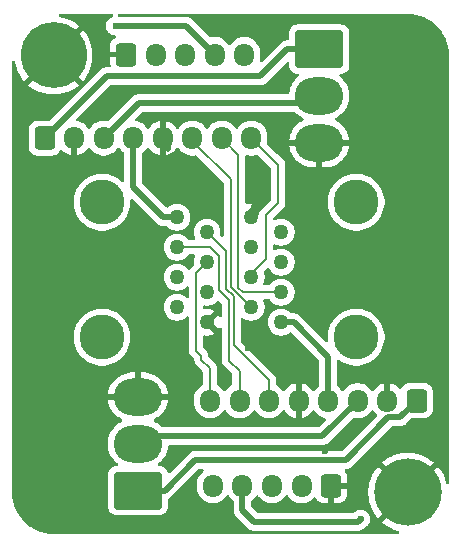
<source format=gbr>
%TF.GenerationSoftware,KiCad,Pcbnew,9.0.0*%
%TF.CreationDate,2025-03-17T17:34:53-07:00*%
%TF.ProjectId,Motor_Joint_Splitter,4d6f746f-725f-44a6-9f69-6e745f53706c,rev?*%
%TF.SameCoordinates,Original*%
%TF.FileFunction,Copper,L1,Top*%
%TF.FilePolarity,Positive*%
%FSLAX46Y46*%
G04 Gerber Fmt 4.6, Leading zero omitted, Abs format (unit mm)*
G04 Created by KiCad (PCBNEW 9.0.0) date 2025-03-17 17:34:53*
%MOMM*%
%LPD*%
G01*
G04 APERTURE LIST*
G04 Aperture macros list*
%AMRoundRect*
0 Rectangle with rounded corners*
0 $1 Rounding radius*
0 $2 $3 $4 $5 $6 $7 $8 $9 X,Y pos of 4 corners*
0 Add a 4 corners polygon primitive as box body*
4,1,4,$2,$3,$4,$5,$6,$7,$8,$9,$2,$3,0*
0 Add four circle primitives for the rounded corners*
1,1,$1+$1,$2,$3*
1,1,$1+$1,$4,$5*
1,1,$1+$1,$6,$7*
1,1,$1+$1,$8,$9*
0 Add four rect primitives between the rounded corners*
20,1,$1+$1,$2,$3,$4,$5,0*
20,1,$1+$1,$4,$5,$6,$7,0*
20,1,$1+$1,$6,$7,$8,$9,0*
20,1,$1+$1,$8,$9,$2,$3,0*%
G04 Aperture macros list end*
%TA.AperFunction,ComponentPad*%
%ADD10C,3.600000*%
%TD*%
%TA.AperFunction,ConnectorPad*%
%ADD11C,5.700000*%
%TD*%
%TA.AperFunction,ConnectorPad*%
%ADD12C,5.600000*%
%TD*%
%TA.AperFunction,ComponentPad*%
%ADD13RoundRect,0.250000X-1.800000X1.330000X-1.800000X-1.330000X1.800000X-1.330000X1.800000X1.330000X0*%
%TD*%
%TA.AperFunction,ComponentPad*%
%ADD14O,4.100000X3.160000*%
%TD*%
%TA.AperFunction,ComponentPad*%
%ADD15C,1.270000*%
%TD*%
%TA.AperFunction,ComponentPad*%
%ADD16C,3.810000*%
%TD*%
%TA.AperFunction,ComponentPad*%
%ADD17RoundRect,0.250000X1.800000X-1.330000X1.800000X1.330000X-1.800000X1.330000X-1.800000X-1.330000X0*%
%TD*%
%TA.AperFunction,ComponentPad*%
%ADD18RoundRect,0.250000X0.600000X0.725000X-0.600000X0.725000X-0.600000X-0.725000X0.600000X-0.725000X0*%
%TD*%
%TA.AperFunction,ComponentPad*%
%ADD19O,1.700000X1.950000*%
%TD*%
%TA.AperFunction,ComponentPad*%
%ADD20RoundRect,0.250000X-0.600000X-0.725000X0.600000X-0.725000X0.600000X0.725000X-0.600000X0.725000X0*%
%TD*%
%TA.AperFunction,ViaPad*%
%ADD21C,0.600000*%
%TD*%
%TA.AperFunction,Conductor*%
%ADD22C,0.500000*%
%TD*%
%TA.AperFunction,Conductor*%
%ADD23C,0.200000*%
%TD*%
G04 APERTURE END LIST*
D10*
%TO.P,H4,1,1*%
%TO.N,GND*%
X184000000Y-101000000D03*
D11*
X184000000Y-101000000D03*
%TD*%
D10*
%TO.P,H3,1,1*%
%TO.N,GND*%
X154000000Y-64000000D03*
D12*
X154000000Y-64000000D03*
%TD*%
D13*
%TO.P,J5,1,Pin_1*%
%TO.N,/Sin1*%
X176500000Y-63462300D03*
D14*
%TO.P,J5,2,Pin_2*%
%TO.N,/Cos1*%
X176500000Y-67422300D03*
%TO.P,J5,3,Pin_3*%
%TO.N,GND*%
X176500000Y-71382300D03*
%TD*%
D15*
%TO.P,J6,1,1*%
%TO.N,+5V*%
X173272600Y-86582300D03*
%TO.P,J6,2,2*%
%TO.N,/C_A1*%
X170732600Y-85312300D03*
%TO.P,J6,3,3*%
%TO.N,/C_B1*%
X173272600Y-84042300D03*
%TO.P,J6,4,4*%
%TO.N,/C_I1*%
X170732600Y-82772300D03*
%TO.P,J6,5,5*%
%TO.N,/SEA_I1*%
X173272600Y-81502300D03*
%TO.P,J6,6,6*%
%TO.N,/SEA_A1*%
X170732600Y-80232300D03*
%TO.P,J6,7,7*%
%TO.N,/SEA_B1*%
X173272600Y-78962300D03*
%TO.P,J6,8,8*%
%TO.N,GND*%
X170732600Y-77692300D03*
D16*
%TO.P,J6,9*%
%TO.N,N/C*%
X179622600Y-87852300D03*
%TO.P,J6,10*%
X179622600Y-76422300D03*
%TD*%
D17*
%TO.P,J3,1,Pin_1*%
%TO.N,/Sin0*%
X161155000Y-100842300D03*
D14*
%TO.P,J3,2,Pin_2*%
%TO.N,/Cos0*%
X161155000Y-96882300D03*
%TO.P,J3,3,Pin_3*%
%TO.N,GND*%
X161155000Y-92922300D03*
%TD*%
D15*
%TO.P,J4,1,1*%
%TO.N,+5V*%
X164460000Y-77690000D03*
%TO.P,J4,2,2*%
%TO.N,/C_A0*%
X167000000Y-78960000D03*
%TO.P,J4,3,3*%
%TO.N,/C_B0*%
X164460000Y-80230000D03*
%TO.P,J4,4,4*%
%TO.N,/C_I0*%
X167000000Y-81500000D03*
%TO.P,J4,5,5*%
%TO.N,/SEA_I0*%
X164460000Y-82770000D03*
%TO.P,J4,6,6*%
%TO.N,/SEA_A0*%
X167000000Y-84040000D03*
%TO.P,J4,7,7*%
%TO.N,/SEA_B0*%
X164460000Y-85310000D03*
%TO.P,J4,8,8*%
%TO.N,GND*%
X167000000Y-86580000D03*
D16*
%TO.P,J4,9*%
%TO.N,N/C*%
X158110000Y-76420000D03*
%TO.P,J4,10*%
X158110000Y-87850000D03*
%TD*%
D18*
%TO.P,J7,1,Pin_1*%
%TO.N,GND*%
X177500000Y-100422300D03*
D19*
%TO.P,J7,2,Pin_2*%
%TO.N,/SEA_I0*%
X175000000Y-100422300D03*
%TO.P,J7,3,Pin_3*%
%TO.N,/SEA_A0*%
X172500000Y-100422300D03*
%TO.P,J7,4,Pin_4*%
%TO.N,+5V*%
X170000000Y-100422300D03*
%TO.P,J7,5,Pin_5*%
%TO.N,/SEA_B0*%
X167500000Y-100422300D03*
%TD*%
D20*
%TO.P,J2,1,Pin_1*%
%TO.N,/Sin1*%
X153250000Y-71000000D03*
D19*
%TO.P,J2,2,Pin_2*%
%TO.N,GND*%
X155750000Y-71000000D03*
%TO.P,J2,3,Pin_3*%
%TO.N,/Cos1*%
X158250000Y-71000000D03*
%TO.P,J2,4,Pin_4*%
%TO.N,+5V*%
X160750000Y-71000000D03*
%TO.P,J2,5,Pin_5*%
%TO.N,GND*%
X163250000Y-71000000D03*
%TO.P,J2,6,Pin_6*%
%TO.N,/C_A1*%
X165750000Y-71000000D03*
%TO.P,J2,7,Pin_7*%
%TO.N,/C_B1*%
X168250000Y-71000000D03*
%TO.P,J2,8,Pin_8*%
%TO.N,/C_I1*%
X170750000Y-71000000D03*
%TD*%
D20*
%TO.P,J8,1,Pin_1*%
%TO.N,GND*%
X160155000Y-63922300D03*
D19*
%TO.P,J8,2,Pin_2*%
%TO.N,/SEA_I1*%
X162655000Y-63922300D03*
%TO.P,J8,3,Pin_3*%
%TO.N,/SEA_A1*%
X165155000Y-63922300D03*
%TO.P,J8,4,Pin_4*%
%TO.N,+5V*%
X167655000Y-63922300D03*
%TO.P,J8,5,Pin_5*%
%TO.N,/SEA_B1*%
X170155000Y-63922300D03*
%TD*%
D18*
%TO.P,J1,1,Pin_1*%
%TO.N,/Sin0*%
X184750000Y-93225000D03*
D19*
%TO.P,J1,2,Pin_2*%
%TO.N,GND*%
X182250000Y-93225000D03*
%TO.P,J1,3,Pin_3*%
%TO.N,/Cos0*%
X179750000Y-93225000D03*
%TO.P,J1,4,Pin_4*%
%TO.N,+5V*%
X177250000Y-93225000D03*
%TO.P,J1,5,Pin_5*%
%TO.N,GND*%
X174750000Y-93225000D03*
%TO.P,J1,6,Pin_6*%
%TO.N,/C_A0*%
X172250000Y-93225000D03*
%TO.P,J1,7,Pin_7*%
%TO.N,/C_B0*%
X169750000Y-93225000D03*
%TO.P,J1,8,Pin_8*%
%TO.N,/C_I0*%
X167250000Y-93225000D03*
%TD*%
D21*
%TO.N,GND*%
X155000000Y-95000000D03*
X180000000Y-70000000D03*
X170750000Y-74250000D03*
X175000000Y-75000000D03*
X161500000Y-90000000D03*
X168000000Y-69250000D03*
X161500000Y-85000000D03*
X185000000Y-80000000D03*
X155000000Y-90000000D03*
X171750000Y-76000000D03*
X167000000Y-75000000D03*
X163000000Y-75000000D03*
X170500000Y-69250000D03*
X185000000Y-75000000D03*
X174500000Y-88750000D03*
X170500000Y-88750000D03*
X185000000Y-70000000D03*
X155000000Y-100000000D03*
X185000000Y-65000000D03*
X180000000Y-80000000D03*
X155000000Y-85000000D03*
X175000000Y-80000000D03*
X159500000Y-66750000D03*
X180000000Y-65000000D03*
X167000000Y-77000000D03*
X177000000Y-97500000D03*
%TO.N,+5V*%
X180000000Y-103250000D03*
X159250000Y-61500000D03*
%TD*%
D22*
%TO.N,GND*%
X170732600Y-77267400D02*
X170732600Y-77692300D01*
X171000000Y-77000000D02*
X170732600Y-77267400D01*
X171000000Y-76750000D02*
X171000000Y-77000000D01*
X171750000Y-76000000D02*
X171000000Y-76750000D01*
X163655000Y-71572300D02*
X163655000Y-71922300D01*
%TO.N,/Cos0*%
X176725000Y-96250000D02*
X179750000Y-93225000D01*
X161787300Y-96250000D02*
X176725000Y-96250000D01*
X161155000Y-96882300D02*
X161787300Y-96250000D01*
D23*
%TO.N,/C_B0*%
X169750000Y-90750000D02*
X169750000Y-93225000D01*
X168000000Y-83901000D02*
X168849000Y-84750000D01*
X167230000Y-80230000D02*
X164460000Y-80230000D01*
X168849000Y-84750000D02*
X168849000Y-89849000D01*
X168849000Y-89849000D02*
X169750000Y-90750000D01*
X168000000Y-81000000D02*
X168000000Y-83901000D01*
X168000000Y-81000000D02*
X167230000Y-80230000D01*
D22*
%TO.N,+5V*%
X180000000Y-103250000D02*
X179750000Y-103500000D01*
X171000000Y-103500000D02*
X170000000Y-102500000D01*
X160750000Y-75130000D02*
X160750000Y-71000000D01*
X163310000Y-77690000D02*
X164460000Y-77690000D01*
X163310000Y-77690000D02*
X160750000Y-75130000D01*
X167655000Y-63922300D02*
X165232700Y-61500000D01*
X174332300Y-86582300D02*
X177250000Y-89500000D01*
X173272600Y-86582300D02*
X174332300Y-86582300D01*
X165232700Y-61500000D02*
X159250000Y-61500000D01*
X179750000Y-103500000D02*
X171000000Y-103500000D01*
X177250000Y-89500000D02*
X177250000Y-93225000D01*
X170000000Y-102500000D02*
X170000000Y-100422300D01*
%TO.N,/Sin0*%
X183324000Y-94651000D02*
X184750000Y-93225000D01*
X166000000Y-98250000D02*
X178758636Y-98250000D01*
X161155000Y-100842300D02*
X163407700Y-100842300D01*
X178758636Y-98250000D02*
X182357636Y-94651000D01*
X182357636Y-94651000D02*
X183324000Y-94651000D01*
X163407700Y-100842300D02*
X166000000Y-98250000D01*
D23*
%TO.N,/C_I0*%
X167250000Y-90500000D02*
X167250000Y-93225000D01*
X166500000Y-89436000D02*
X166064000Y-89000000D01*
X166064000Y-89000000D02*
X166064000Y-82436000D01*
X166064000Y-82436000D02*
X167000000Y-81500000D01*
X166500000Y-89436000D02*
X166500000Y-89750000D01*
X166500000Y-89750000D02*
X167250000Y-90500000D01*
%TO.N,/C_A0*%
X172250000Y-93225000D02*
X172250000Y-91500000D01*
X169250000Y-88500000D02*
X169250000Y-84396800D01*
X172250000Y-91500000D02*
X169250000Y-88500000D01*
X168599000Y-83745800D02*
X168599000Y-80559000D01*
X169250000Y-84396800D02*
X168599000Y-83745800D01*
X168599000Y-80559000D02*
X167000000Y-78960000D01*
D22*
%TO.N,/Cos1*%
X161250000Y-68000000D02*
X158250000Y-71000000D01*
X176500000Y-67422300D02*
X175922300Y-68000000D01*
X175922300Y-68000000D02*
X161250000Y-68000000D01*
D23*
%TO.N,/C_B1*%
X169655000Y-83655000D02*
X169655000Y-72405000D01*
X169655000Y-72405000D02*
X168250000Y-71000000D01*
X169655000Y-83655000D02*
X170042300Y-84042300D01*
X170042300Y-84042300D02*
X173272600Y-84042300D01*
%TO.N,/C_A1*%
X165750000Y-71250000D02*
X165750000Y-71000000D01*
X170732600Y-85312300D02*
X169000000Y-83579700D01*
X169000000Y-83579700D02*
X169000000Y-74500000D01*
X169000000Y-74500000D02*
X165750000Y-71250000D01*
D22*
%TO.N,/Sin1*%
X158500000Y-65750000D02*
X153250000Y-71000000D01*
X173787700Y-63462300D02*
X171500000Y-65750000D01*
X176500000Y-63462300D02*
X173787700Y-63462300D01*
X171500000Y-65750000D02*
X158500000Y-65750000D01*
D23*
%TO.N,/C_I1*%
X172000000Y-81250000D02*
X172000000Y-77500000D01*
X172000000Y-77500000D02*
X173000000Y-76500000D01*
X170732600Y-82517400D02*
X172000000Y-81250000D01*
X170732600Y-82772300D02*
X170732600Y-82517400D01*
X173000000Y-73250000D02*
X170750000Y-71000000D01*
X173000000Y-76500000D02*
X173000000Y-73250000D01*
%TD*%
%TA.AperFunction,Conductor*%
%TO.N,GND*%
G36*
X159014849Y-60520185D02*
G01*
X159060604Y-60572989D01*
X159070548Y-60642147D01*
X159041523Y-60705703D01*
X158995262Y-60739061D01*
X158870827Y-60790602D01*
X158870814Y-60790609D01*
X158739711Y-60878210D01*
X158739707Y-60878213D01*
X158628213Y-60989707D01*
X158628210Y-60989711D01*
X158540609Y-61120814D01*
X158540602Y-61120827D01*
X158480264Y-61266498D01*
X158480261Y-61266510D01*
X158449500Y-61421153D01*
X158449500Y-61578846D01*
X158480261Y-61733489D01*
X158480264Y-61733501D01*
X158540602Y-61879172D01*
X158540609Y-61879185D01*
X158628210Y-62010288D01*
X158628213Y-62010292D01*
X158739707Y-62121786D01*
X158739711Y-62121789D01*
X158870814Y-62209390D01*
X158870827Y-62209397D01*
X158970060Y-62250500D01*
X159016503Y-62269737D01*
X159096589Y-62285667D01*
X159171126Y-62300494D01*
X159233037Y-62332879D01*
X159267611Y-62393594D01*
X159263872Y-62463364D01*
X159223005Y-62520036D01*
X159212032Y-62527649D01*
X159086659Y-62604980D01*
X159086655Y-62604983D01*
X158962684Y-62728954D01*
X158870643Y-62878175D01*
X158870641Y-62878180D01*
X158815494Y-63044602D01*
X158815493Y-63044609D01*
X158805000Y-63147313D01*
X158805000Y-63672300D01*
X159750854Y-63672300D01*
X159712370Y-63738957D01*
X159680000Y-63859765D01*
X159680000Y-63984835D01*
X159712370Y-64105643D01*
X159750854Y-64172300D01*
X158805001Y-64172300D01*
X158805001Y-64697286D01*
X158815493Y-64799995D01*
X158827589Y-64836495D01*
X158829991Y-64906323D01*
X158794260Y-64966366D01*
X158731740Y-64997559D01*
X158709883Y-64999500D01*
X158426080Y-64999500D01*
X158281092Y-65028340D01*
X158281082Y-65028343D01*
X158144511Y-65084912D01*
X158144498Y-65084919D01*
X158021584Y-65167048D01*
X158021580Y-65167051D01*
X153700450Y-69488181D01*
X153639127Y-69521666D01*
X153612769Y-69524500D01*
X152599998Y-69524500D01*
X152599980Y-69524501D01*
X152497203Y-69535000D01*
X152497200Y-69535001D01*
X152330668Y-69590185D01*
X152330663Y-69590187D01*
X152181342Y-69682289D01*
X152057289Y-69806342D01*
X151965187Y-69955663D01*
X151965186Y-69955666D01*
X151910001Y-70122203D01*
X151910001Y-70122204D01*
X151910000Y-70122204D01*
X151899500Y-70224983D01*
X151899500Y-71775001D01*
X151899501Y-71775018D01*
X151910000Y-71877796D01*
X151910001Y-71877799D01*
X151944031Y-71980493D01*
X151965186Y-72044334D01*
X152057288Y-72193656D01*
X152181344Y-72317712D01*
X152330666Y-72409814D01*
X152497203Y-72464999D01*
X152599991Y-72475500D01*
X153900008Y-72475499D01*
X154002797Y-72464999D01*
X154169334Y-72409814D01*
X154318656Y-72317712D01*
X154442712Y-72193656D01*
X154534814Y-72044334D01*
X154534814Y-72044331D01*
X154538448Y-72038441D01*
X154590395Y-71991716D01*
X154659358Y-71980493D01*
X154723440Y-72008336D01*
X154731668Y-72015856D01*
X154870535Y-72154723D01*
X154870540Y-72154727D01*
X155042442Y-72279620D01*
X155231782Y-72376095D01*
X155433871Y-72441757D01*
X155500000Y-72452231D01*
X155500000Y-71404145D01*
X155566657Y-71442630D01*
X155687465Y-71475000D01*
X155812535Y-71475000D01*
X155933343Y-71442630D01*
X156000000Y-71404145D01*
X156000000Y-72452230D01*
X156066126Y-72441757D01*
X156066129Y-72441757D01*
X156268217Y-72376095D01*
X156457557Y-72279620D01*
X156629459Y-72154727D01*
X156629464Y-72154723D01*
X156779721Y-72004466D01*
X156899371Y-71839781D01*
X156954701Y-71797115D01*
X157024314Y-71791136D01*
X157086110Y-71823741D01*
X157100008Y-71839781D01*
X157219890Y-72004785D01*
X157219894Y-72004790D01*
X157370213Y-72155109D01*
X157542179Y-72280048D01*
X157542181Y-72280049D01*
X157542184Y-72280051D01*
X157731588Y-72376557D01*
X157933757Y-72442246D01*
X158143713Y-72475500D01*
X158143714Y-72475500D01*
X158356286Y-72475500D01*
X158356287Y-72475500D01*
X158566243Y-72442246D01*
X158768412Y-72376557D01*
X158957816Y-72280051D01*
X159023540Y-72232300D01*
X159129786Y-72155109D01*
X159129788Y-72155106D01*
X159129792Y-72155104D01*
X159280104Y-72004792D01*
X159399683Y-71840204D01*
X159455011Y-71797540D01*
X159524624Y-71791561D01*
X159586420Y-71824166D01*
X159600313Y-71840199D01*
X159719896Y-72004792D01*
X159870208Y-72155104D01*
X159948384Y-72211902D01*
X159991051Y-72267231D01*
X159999500Y-72312220D01*
X159999500Y-74608248D01*
X159979815Y-74675287D01*
X159927011Y-74721042D01*
X159857853Y-74730986D01*
X159794297Y-74701961D01*
X159787819Y-74695929D01*
X159715421Y-74623531D01*
X159661776Y-74580751D01*
X159504187Y-74455077D01*
X159346190Y-74355801D01*
X159275416Y-74311331D01*
X159031996Y-74194106D01*
X158776978Y-74104872D01*
X158776980Y-74104872D01*
X158579422Y-74059781D01*
X158513571Y-74044751D01*
X158513567Y-74044750D01*
X158513558Y-74044749D01*
X158245094Y-74014500D01*
X158245090Y-74014500D01*
X157974910Y-74014500D01*
X157974906Y-74014500D01*
X157706441Y-74044749D01*
X157706429Y-74044751D01*
X157443020Y-74104872D01*
X157188003Y-74194106D01*
X156944583Y-74311331D01*
X156715814Y-74455076D01*
X156504578Y-74623531D01*
X156313531Y-74814578D01*
X156145076Y-75025814D01*
X156001331Y-75254583D01*
X155884106Y-75498003D01*
X155794872Y-75753020D01*
X155734751Y-76016429D01*
X155734749Y-76016441D01*
X155704500Y-76284905D01*
X155704500Y-76555094D01*
X155734749Y-76823558D01*
X155734751Y-76823570D01*
X155794872Y-77086979D01*
X155884106Y-77341996D01*
X156001331Y-77585416D01*
X156001333Y-77585419D01*
X156145077Y-77814187D01*
X156313532Y-78025422D01*
X156504578Y-78216468D01*
X156715813Y-78384923D01*
X156944581Y-78528667D01*
X157188005Y-78645894D01*
X157443020Y-78735127D01*
X157443022Y-78735127D01*
X157443023Y-78735128D01*
X157706429Y-78795249D01*
X157974905Y-78825499D01*
X157974906Y-78825500D01*
X157974910Y-78825500D01*
X158245094Y-78825500D01*
X158245094Y-78825499D01*
X158513571Y-78795249D01*
X158776977Y-78735128D01*
X159031995Y-78645894D01*
X159275419Y-78528667D01*
X159504187Y-78384923D01*
X159715422Y-78216468D01*
X159906468Y-78025422D01*
X160074923Y-77814187D01*
X160218667Y-77585419D01*
X160335894Y-77341995D01*
X160425128Y-77086977D01*
X160485249Y-76823571D01*
X160515500Y-76555090D01*
X160515500Y-76284910D01*
X160515499Y-76284905D01*
X160513522Y-76267359D01*
X160525575Y-76198537D01*
X160572922Y-76147156D01*
X160640532Y-76129530D01*
X160706939Y-76151254D01*
X160724423Y-76165791D01*
X162831586Y-78272954D01*
X162849813Y-78285132D01*
X162905270Y-78322186D01*
X162954505Y-78355084D01*
X163001877Y-78374706D01*
X163091088Y-78411659D01*
X163207241Y-78434763D01*
X163226468Y-78438587D01*
X163236081Y-78440500D01*
X163236082Y-78440500D01*
X163236083Y-78440500D01*
X163383918Y-78440500D01*
X163553299Y-78440500D01*
X163620338Y-78460185D01*
X163640980Y-78476819D01*
X163720272Y-78556111D01*
X163864868Y-78661167D01*
X164024119Y-78742309D01*
X164024121Y-78742310D01*
X164135885Y-78778624D01*
X164194103Y-78797540D01*
X164370634Y-78825500D01*
X164370635Y-78825500D01*
X164549365Y-78825500D01*
X164549366Y-78825500D01*
X164725897Y-78797540D01*
X164725900Y-78797539D01*
X164725901Y-78797539D01*
X164895878Y-78742310D01*
X164895878Y-78742309D01*
X164895881Y-78742309D01*
X165055132Y-78661167D01*
X165199728Y-78556111D01*
X165326111Y-78429728D01*
X165431167Y-78285132D01*
X165512309Y-78125881D01*
X165521956Y-78096190D01*
X165567539Y-77955901D01*
X165567539Y-77955900D01*
X165567540Y-77955897D01*
X165595500Y-77779366D01*
X165595500Y-77600634D01*
X165567540Y-77424103D01*
X165567539Y-77424099D01*
X165567539Y-77424098D01*
X165512310Y-77254121D01*
X165512308Y-77254118D01*
X165449725Y-77131290D01*
X165431167Y-77094868D01*
X165326111Y-76950272D01*
X165199728Y-76823889D01*
X165055132Y-76718833D01*
X164895881Y-76637691D01*
X164895878Y-76637689D01*
X164725899Y-76582460D01*
X164608209Y-76563820D01*
X164549366Y-76554500D01*
X164370634Y-76554500D01*
X164311790Y-76563820D01*
X164194101Y-76582460D01*
X164194098Y-76582460D01*
X164024121Y-76637689D01*
X164024118Y-76637691D01*
X163864867Y-76718833D01*
X163720270Y-76823890D01*
X163700443Y-76843717D01*
X163639119Y-76877201D01*
X163569428Y-76872215D01*
X163525083Y-76843715D01*
X161536819Y-74855451D01*
X161503334Y-74794128D01*
X161500500Y-74767770D01*
X161500500Y-72312220D01*
X161520185Y-72245181D01*
X161551614Y-72211902D01*
X161629792Y-72155104D01*
X161780104Y-72004792D01*
X161899991Y-71839779D01*
X161955320Y-71797115D01*
X162024933Y-71791136D01*
X162086729Y-71823741D01*
X162100627Y-71839781D01*
X162220272Y-72004459D01*
X162220276Y-72004464D01*
X162370535Y-72154723D01*
X162370540Y-72154727D01*
X162542442Y-72279620D01*
X162731782Y-72376095D01*
X162933871Y-72441757D01*
X163000000Y-72452231D01*
X163000000Y-71404145D01*
X163066657Y-71442630D01*
X163187465Y-71475000D01*
X163312535Y-71475000D01*
X163433343Y-71442630D01*
X163500000Y-71404145D01*
X163500000Y-72452230D01*
X163566126Y-72441757D01*
X163566129Y-72441757D01*
X163768217Y-72376095D01*
X163957557Y-72279620D01*
X164129459Y-72154727D01*
X164129464Y-72154723D01*
X164279721Y-72004466D01*
X164399371Y-71839781D01*
X164454701Y-71797115D01*
X164524314Y-71791136D01*
X164586110Y-71823741D01*
X164600008Y-71839781D01*
X164719890Y-72004785D01*
X164719894Y-72004790D01*
X164870213Y-72155109D01*
X165042179Y-72280048D01*
X165042181Y-72280049D01*
X165042184Y-72280051D01*
X165231588Y-72376557D01*
X165433757Y-72442246D01*
X165643713Y-72475500D01*
X165643714Y-72475500D01*
X165856285Y-72475500D01*
X165856287Y-72475500D01*
X166026949Y-72448469D01*
X166096240Y-72457423D01*
X166134026Y-72483261D01*
X168363181Y-74712416D01*
X168396666Y-74773739D01*
X168399500Y-74800097D01*
X168399500Y-79210903D01*
X168379815Y-79277942D01*
X168327011Y-79323697D01*
X168257853Y-79333641D01*
X168194297Y-79304616D01*
X168187819Y-79298584D01*
X168153253Y-79264018D01*
X168119768Y-79202695D01*
X168118461Y-79156943D01*
X168135500Y-79049366D01*
X168135500Y-78870634D01*
X168107540Y-78694103D01*
X168107539Y-78694099D01*
X168107539Y-78694098D01*
X168052310Y-78524121D01*
X168052308Y-78524118D01*
X168028209Y-78476819D01*
X167971167Y-78364868D01*
X167866111Y-78220272D01*
X167739728Y-78093889D01*
X167595132Y-77988833D01*
X167435881Y-77907691D01*
X167435878Y-77907689D01*
X167265899Y-77852460D01*
X167148209Y-77833820D01*
X167089366Y-77824500D01*
X166910634Y-77824500D01*
X166851790Y-77833820D01*
X166734101Y-77852460D01*
X166734098Y-77852460D01*
X166564121Y-77907689D01*
X166564118Y-77907691D01*
X166404867Y-77988833D01*
X166260270Y-78093890D01*
X166133890Y-78220270D01*
X166028833Y-78364867D01*
X165947691Y-78524118D01*
X165947689Y-78524121D01*
X165892460Y-78694098D01*
X165892460Y-78694101D01*
X165864500Y-78870634D01*
X165864500Y-79049365D01*
X165892460Y-79225898D01*
X165892460Y-79225901D01*
X165947689Y-79395878D01*
X165947690Y-79395881D01*
X165974861Y-79449205D01*
X165987757Y-79517874D01*
X165961481Y-79582615D01*
X165904375Y-79622872D01*
X165864376Y-79629500D01*
X165490448Y-79629500D01*
X165423409Y-79609815D01*
X165390130Y-79578386D01*
X165346165Y-79517874D01*
X165326111Y-79490272D01*
X165199728Y-79363889D01*
X165055132Y-79258833D01*
X164895881Y-79177691D01*
X164895878Y-79177689D01*
X164725899Y-79122460D01*
X164608209Y-79103820D01*
X164549366Y-79094500D01*
X164370634Y-79094500D01*
X164311790Y-79103820D01*
X164194101Y-79122460D01*
X164194098Y-79122460D01*
X164024121Y-79177689D01*
X164024118Y-79177691D01*
X163864867Y-79258833D01*
X163720270Y-79363890D01*
X163593890Y-79490270D01*
X163488833Y-79634867D01*
X163407691Y-79794118D01*
X163407689Y-79794121D01*
X163352460Y-79964098D01*
X163352460Y-79964101D01*
X163324500Y-80140634D01*
X163324500Y-80319365D01*
X163352460Y-80495898D01*
X163352460Y-80495901D01*
X163407689Y-80665878D01*
X163407691Y-80665881D01*
X163488833Y-80825132D01*
X163593889Y-80969728D01*
X163720272Y-81096111D01*
X163864868Y-81201167D01*
X164024119Y-81282309D01*
X164024121Y-81282310D01*
X164168106Y-81329093D01*
X164194103Y-81337540D01*
X164370634Y-81365500D01*
X164370635Y-81365500D01*
X164549365Y-81365500D01*
X164549366Y-81365500D01*
X164725897Y-81337540D01*
X164725900Y-81337539D01*
X164725901Y-81337539D01*
X164895878Y-81282310D01*
X164895878Y-81282309D01*
X164895881Y-81282309D01*
X165055132Y-81201167D01*
X165199728Y-81096111D01*
X165326111Y-80969728D01*
X165390130Y-80881613D01*
X165445461Y-80838948D01*
X165490448Y-80830500D01*
X165864376Y-80830500D01*
X165931415Y-80850185D01*
X165977170Y-80902989D01*
X165987114Y-80972147D01*
X165974861Y-81010795D01*
X165947690Y-81064118D01*
X165947689Y-81064121D01*
X165892460Y-81234098D01*
X165892460Y-81234101D01*
X165864500Y-81410634D01*
X165864500Y-81589371D01*
X165881537Y-81696939D01*
X165880835Y-81702364D01*
X165882748Y-81707491D01*
X165876405Y-81736646D01*
X165872582Y-81766233D01*
X165868750Y-81771836D01*
X165867896Y-81775764D01*
X165846746Y-81804018D01*
X165695286Y-81955478D01*
X165695285Y-81955478D01*
X165695284Y-81955479D01*
X165583481Y-82067282D01*
X165583477Y-82067287D01*
X165576897Y-82078685D01*
X165526329Y-82126900D01*
X165457722Y-82140121D01*
X165392858Y-82114152D01*
X165369194Y-82089569D01*
X165326115Y-82030278D01*
X165326111Y-82030272D01*
X165199728Y-81903889D01*
X165055132Y-81798833D01*
X164895881Y-81717691D01*
X164895878Y-81717689D01*
X164725899Y-81662460D01*
X164608209Y-81643820D01*
X164549366Y-81634500D01*
X164370634Y-81634500D01*
X164311790Y-81643820D01*
X164194101Y-81662460D01*
X164194098Y-81662460D01*
X164024121Y-81717689D01*
X164024118Y-81717691D01*
X163864867Y-81798833D01*
X163720270Y-81903890D01*
X163593890Y-82030270D01*
X163488833Y-82174867D01*
X163407691Y-82334118D01*
X163407689Y-82334121D01*
X163352460Y-82504098D01*
X163352460Y-82504101D01*
X163344460Y-82554610D01*
X163324500Y-82680634D01*
X163324500Y-82859366D01*
X163327051Y-82875474D01*
X163352460Y-83035898D01*
X163352460Y-83035901D01*
X163407689Y-83205878D01*
X163407691Y-83205881D01*
X163488833Y-83365132D01*
X163593889Y-83509728D01*
X163720272Y-83636111D01*
X163864868Y-83741167D01*
X164024119Y-83822309D01*
X164024121Y-83822310D01*
X164182670Y-83873825D01*
X164194103Y-83877540D01*
X164370634Y-83905500D01*
X164370635Y-83905500D01*
X164549365Y-83905500D01*
X164549366Y-83905500D01*
X164725897Y-83877540D01*
X164725900Y-83877539D01*
X164725901Y-83877539D01*
X164895878Y-83822310D01*
X164895878Y-83822309D01*
X164895881Y-83822309D01*
X165055132Y-83741167D01*
X165199728Y-83636111D01*
X165251819Y-83584020D01*
X165313142Y-83550535D01*
X165382834Y-83555519D01*
X165438767Y-83597391D01*
X165463184Y-83662855D01*
X165463500Y-83671701D01*
X165463500Y-84408299D01*
X165443815Y-84475338D01*
X165391011Y-84521093D01*
X165321853Y-84531037D01*
X165258297Y-84502012D01*
X165251819Y-84495980D01*
X165199729Y-84443890D01*
X165055132Y-84338833D01*
X164895881Y-84257691D01*
X164895878Y-84257689D01*
X164725899Y-84202460D01*
X164608209Y-84183820D01*
X164549366Y-84174500D01*
X164370634Y-84174500D01*
X164311790Y-84183820D01*
X164194101Y-84202460D01*
X164194098Y-84202460D01*
X164024121Y-84257689D01*
X164024118Y-84257691D01*
X163864867Y-84338833D01*
X163720270Y-84443890D01*
X163593890Y-84570270D01*
X163488833Y-84714867D01*
X163407691Y-84874118D01*
X163407689Y-84874121D01*
X163352460Y-85044098D01*
X163352460Y-85044101D01*
X163344460Y-85094610D01*
X163324500Y-85220634D01*
X163324500Y-85399366D01*
X163333232Y-85454495D01*
X163352460Y-85575898D01*
X163352460Y-85575901D01*
X163407689Y-85745878D01*
X163407691Y-85745881D01*
X163488833Y-85905132D01*
X163593889Y-86049728D01*
X163720272Y-86176111D01*
X163864868Y-86281167D01*
X164024119Y-86362309D01*
X164024121Y-86362310D01*
X164182670Y-86413825D01*
X164194103Y-86417540D01*
X164370634Y-86445500D01*
X164370635Y-86445500D01*
X164549365Y-86445500D01*
X164549366Y-86445500D01*
X164725897Y-86417540D01*
X164725900Y-86417539D01*
X164725901Y-86417539D01*
X164895878Y-86362310D01*
X164895878Y-86362309D01*
X164895881Y-86362309D01*
X165055132Y-86281167D01*
X165199728Y-86176111D01*
X165251819Y-86124020D01*
X165313142Y-86090535D01*
X165382834Y-86095519D01*
X165438767Y-86137391D01*
X165463184Y-86202855D01*
X165463500Y-86211701D01*
X165463500Y-88913330D01*
X165463499Y-88913348D01*
X165463499Y-89079054D01*
X165463498Y-89079054D01*
X165504423Y-89231786D01*
X165504424Y-89231787D01*
X165528753Y-89273926D01*
X165583480Y-89368716D01*
X165583482Y-89368718D01*
X165702349Y-89487585D01*
X165702355Y-89487590D01*
X165863180Y-89648415D01*
X165896665Y-89709738D01*
X165899499Y-89736096D01*
X165899499Y-89829054D01*
X165899498Y-89829054D01*
X165899499Y-89829057D01*
X165940423Y-89981785D01*
X165959680Y-90015139D01*
X165969358Y-90031900D01*
X165969359Y-90031904D01*
X165969360Y-90031904D01*
X165996084Y-90078193D01*
X166019479Y-90118714D01*
X166019481Y-90118717D01*
X166138349Y-90237585D01*
X166138355Y-90237590D01*
X166613181Y-90712416D01*
X166646666Y-90773739D01*
X166649500Y-90800097D01*
X166649500Y-91814281D01*
X166629815Y-91881320D01*
X166581795Y-91924765D01*
X166542185Y-91944947D01*
X166542184Y-91944948D01*
X166370213Y-92069890D01*
X166219890Y-92220213D01*
X166094951Y-92392179D01*
X165998444Y-92581585D01*
X165932753Y-92783760D01*
X165923069Y-92844905D01*
X165899500Y-92993713D01*
X165899500Y-93456287D01*
X165932754Y-93666243D01*
X165943722Y-93700000D01*
X165998444Y-93868414D01*
X166094951Y-94057820D01*
X166219890Y-94229786D01*
X166370213Y-94380109D01*
X166542179Y-94505048D01*
X166542181Y-94505049D01*
X166542184Y-94505051D01*
X166731588Y-94601557D01*
X166933757Y-94667246D01*
X167143713Y-94700500D01*
X167143714Y-94700500D01*
X167356286Y-94700500D01*
X167356287Y-94700500D01*
X167566243Y-94667246D01*
X167768412Y-94601557D01*
X167957816Y-94505051D01*
X167979789Y-94489086D01*
X168129786Y-94380109D01*
X168129788Y-94380106D01*
X168129792Y-94380104D01*
X168280104Y-94229792D01*
X168399683Y-94065204D01*
X168455011Y-94022540D01*
X168524624Y-94016561D01*
X168586420Y-94049166D01*
X168600313Y-94065199D01*
X168719654Y-94229459D01*
X168719896Y-94229792D01*
X168870213Y-94380109D01*
X169042179Y-94505048D01*
X169042181Y-94505049D01*
X169042184Y-94505051D01*
X169231588Y-94601557D01*
X169433757Y-94667246D01*
X169643713Y-94700500D01*
X169643714Y-94700500D01*
X169856286Y-94700500D01*
X169856287Y-94700500D01*
X170066243Y-94667246D01*
X170268412Y-94601557D01*
X170457816Y-94505051D01*
X170479789Y-94489086D01*
X170629786Y-94380109D01*
X170629788Y-94380106D01*
X170629792Y-94380104D01*
X170780104Y-94229792D01*
X170899683Y-94065204D01*
X170955011Y-94022540D01*
X171024624Y-94016561D01*
X171086420Y-94049166D01*
X171100313Y-94065199D01*
X171219654Y-94229459D01*
X171219896Y-94229792D01*
X171370213Y-94380109D01*
X171542179Y-94505048D01*
X171542181Y-94505049D01*
X171542184Y-94505051D01*
X171731588Y-94601557D01*
X171933757Y-94667246D01*
X172143713Y-94700500D01*
X172143714Y-94700500D01*
X172356286Y-94700500D01*
X172356287Y-94700500D01*
X172566243Y-94667246D01*
X172768412Y-94601557D01*
X172957816Y-94505051D01*
X172979789Y-94489086D01*
X173129786Y-94380109D01*
X173129788Y-94380106D01*
X173129792Y-94380104D01*
X173280104Y-94229792D01*
X173399991Y-94064779D01*
X173455320Y-94022115D01*
X173524933Y-94016136D01*
X173586729Y-94048741D01*
X173600627Y-94064781D01*
X173720272Y-94229459D01*
X173720276Y-94229464D01*
X173870535Y-94379723D01*
X173870540Y-94379727D01*
X174042442Y-94504620D01*
X174231782Y-94601095D01*
X174433871Y-94666757D01*
X174500000Y-94677231D01*
X174500000Y-93629145D01*
X174566657Y-93667630D01*
X174687465Y-93700000D01*
X174812535Y-93700000D01*
X174933343Y-93667630D01*
X175000000Y-93629145D01*
X175000000Y-94677230D01*
X175066126Y-94666757D01*
X175066129Y-94666757D01*
X175268217Y-94601095D01*
X175457557Y-94504620D01*
X175629459Y-94379727D01*
X175629464Y-94379723D01*
X175779721Y-94229466D01*
X175899371Y-94064781D01*
X175954701Y-94022115D01*
X176024314Y-94016136D01*
X176086110Y-94048741D01*
X176100008Y-94064781D01*
X176219890Y-94229785D01*
X176219894Y-94229790D01*
X176370213Y-94380109D01*
X176542179Y-94505048D01*
X176542181Y-94505049D01*
X176542184Y-94505051D01*
X176731588Y-94601557D01*
X176933757Y-94667246D01*
X176956651Y-94670872D01*
X176963273Y-94671921D01*
X177026408Y-94701850D01*
X177063339Y-94761162D01*
X177062341Y-94831024D01*
X177031556Y-94882075D01*
X176450451Y-95463181D01*
X176389128Y-95496666D01*
X176362770Y-95499500D01*
X163235833Y-95499500D01*
X163168794Y-95479815D01*
X163148156Y-95463185D01*
X162999712Y-95314741D01*
X162999711Y-95314740D01*
X162999709Y-95314738D01*
X162783343Y-95148715D01*
X162543640Y-95010323D01*
X162544376Y-95009046D01*
X162497501Y-94965894D01*
X162479840Y-94898293D01*
X162501531Y-94831875D01*
X162544102Y-94795013D01*
X162543418Y-94793828D01*
X162783066Y-94655468D01*
X162999382Y-94489481D01*
X162999391Y-94489474D01*
X163192174Y-94296691D01*
X163192181Y-94296682D01*
X163358168Y-94080366D01*
X163494496Y-93844237D01*
X163494500Y-93844227D01*
X163598840Y-93592329D01*
X163669411Y-93328955D01*
X163690035Y-93172300D01*
X161971480Y-93172300D01*
X161972335Y-93170236D01*
X162005000Y-93006018D01*
X162005000Y-92838582D01*
X161972335Y-92674364D01*
X161971480Y-92672300D01*
X163690034Y-92672300D01*
X163669411Y-92515644D01*
X163598840Y-92252270D01*
X163494500Y-92000372D01*
X163494496Y-92000362D01*
X163358168Y-91764233D01*
X163192181Y-91547917D01*
X163192174Y-91547909D01*
X162999391Y-91355126D01*
X162999382Y-91355118D01*
X162783066Y-91189131D01*
X162546937Y-91052803D01*
X162546927Y-91052799D01*
X162295029Y-90948459D01*
X162031655Y-90877888D01*
X161761331Y-90842300D01*
X161405000Y-90842300D01*
X161405000Y-92105819D01*
X161402936Y-92104965D01*
X161238718Y-92072300D01*
X161071282Y-92072300D01*
X160907064Y-92104965D01*
X160905000Y-92105819D01*
X160905000Y-90842300D01*
X160548669Y-90842300D01*
X160278344Y-90877888D01*
X160014970Y-90948459D01*
X159763072Y-91052799D01*
X159763062Y-91052803D01*
X159526933Y-91189131D01*
X159310617Y-91355118D01*
X159117818Y-91547917D01*
X158951831Y-91764233D01*
X158815503Y-92000362D01*
X158815499Y-92000372D01*
X158711159Y-92252270D01*
X158640588Y-92515644D01*
X158619965Y-92672300D01*
X160338520Y-92672300D01*
X160337665Y-92674364D01*
X160305000Y-92838582D01*
X160305000Y-93006018D01*
X160337665Y-93170236D01*
X160338520Y-93172300D01*
X158619965Y-93172300D01*
X158640588Y-93328955D01*
X158711159Y-93592329D01*
X158815499Y-93844227D01*
X158815503Y-93844237D01*
X158951831Y-94080366D01*
X159117818Y-94296682D01*
X159117826Y-94296691D01*
X159310609Y-94489474D01*
X159310617Y-94489481D01*
X159526933Y-94655468D01*
X159766582Y-94793828D01*
X159765802Y-94795178D01*
X159812469Y-94838097D01*
X159830161Y-94905690D01*
X159808501Y-94972117D01*
X159765718Y-95009212D01*
X159766360Y-95010323D01*
X159526656Y-95148715D01*
X159310289Y-95314739D01*
X159310282Y-95314745D01*
X159117445Y-95507582D01*
X159117439Y-95507589D01*
X158951415Y-95723956D01*
X158815054Y-95960140D01*
X158815047Y-95960155D01*
X158710684Y-96212111D01*
X158640097Y-96475545D01*
X158604501Y-96745927D01*
X158604500Y-96745943D01*
X158604500Y-97018656D01*
X158604501Y-97018672D01*
X158640097Y-97289054D01*
X158710684Y-97552488D01*
X158815047Y-97804444D01*
X158815054Y-97804459D01*
X158951415Y-98040643D01*
X159117439Y-98257010D01*
X159117445Y-98257017D01*
X159310282Y-98449854D01*
X159310289Y-98449860D01*
X159348815Y-98479422D01*
X159427012Y-98539425D01*
X159468215Y-98595851D01*
X159472370Y-98665597D01*
X159438158Y-98726518D01*
X159376441Y-98759271D01*
X159351528Y-98761800D01*
X159305000Y-98761800D01*
X159304980Y-98761801D01*
X159202203Y-98772300D01*
X159202200Y-98772301D01*
X159035668Y-98827485D01*
X159035663Y-98827487D01*
X158886342Y-98919589D01*
X158762289Y-99043642D01*
X158670187Y-99192963D01*
X158670185Y-99192968D01*
X158665965Y-99205703D01*
X158615001Y-99359503D01*
X158615001Y-99359504D01*
X158615000Y-99359504D01*
X158604500Y-99462283D01*
X158604500Y-102222301D01*
X158604501Y-102222318D01*
X158615000Y-102325096D01*
X158615001Y-102325099D01*
X158670185Y-102491631D01*
X158670187Y-102491636D01*
X158700392Y-102540606D01*
X158762288Y-102640956D01*
X158886344Y-102765012D01*
X159035666Y-102857114D01*
X159202203Y-102912299D01*
X159304991Y-102922800D01*
X163005008Y-102922799D01*
X163107797Y-102912299D01*
X163274334Y-102857114D01*
X163423656Y-102765012D01*
X163547712Y-102640956D01*
X163639814Y-102491634D01*
X163694999Y-102325097D01*
X163705500Y-102222309D01*
X163705499Y-101612213D01*
X163707735Y-101604596D01*
X163706466Y-101596762D01*
X163717436Y-101571558D01*
X163725183Y-101545175D01*
X163731893Y-101538343D01*
X163734351Y-101532698D01*
X163760609Y-101509111D01*
X163763191Y-101507385D01*
X163763195Y-101507384D01*
X163824544Y-101466392D01*
X163886116Y-101425252D01*
X166274549Y-99036819D01*
X166335872Y-99003334D01*
X166362230Y-99000500D01*
X166605650Y-99000500D01*
X166672689Y-99020185D01*
X166718444Y-99072989D01*
X166728388Y-99142147D01*
X166699363Y-99205703D01*
X166678535Y-99224818D01*
X166620214Y-99267190D01*
X166620209Y-99267194D01*
X166469890Y-99417513D01*
X166344951Y-99589479D01*
X166248444Y-99778885D01*
X166182753Y-99981060D01*
X166173069Y-100042205D01*
X166149500Y-100191013D01*
X166149500Y-100653587D01*
X166182754Y-100863543D01*
X166227091Y-100999999D01*
X166248444Y-101065714D01*
X166344951Y-101255120D01*
X166469890Y-101427086D01*
X166620213Y-101577409D01*
X166792179Y-101702348D01*
X166792181Y-101702349D01*
X166792184Y-101702351D01*
X166981588Y-101798857D01*
X167183757Y-101864546D01*
X167393713Y-101897800D01*
X167393714Y-101897800D01*
X167606286Y-101897800D01*
X167606287Y-101897800D01*
X167816243Y-101864546D01*
X168018412Y-101798857D01*
X168207816Y-101702351D01*
X168255811Y-101667481D01*
X168379786Y-101577409D01*
X168379788Y-101577406D01*
X168379792Y-101577404D01*
X168530104Y-101427092D01*
X168649683Y-101262504D01*
X168705011Y-101219840D01*
X168774624Y-101213861D01*
X168836420Y-101246466D01*
X168850313Y-101262499D01*
X168969896Y-101427092D01*
X169120208Y-101577404D01*
X169198384Y-101634202D01*
X169241051Y-101689531D01*
X169249500Y-101734520D01*
X169249500Y-102573918D01*
X169249500Y-102573920D01*
X169249499Y-102573920D01*
X169278340Y-102718907D01*
X169278343Y-102718917D01*
X169334914Y-102855491D01*
X169334916Y-102855495D01*
X169352370Y-102881617D01*
X169360981Y-102894505D01*
X169417049Y-102978418D01*
X169417052Y-102978421D01*
X170521585Y-104082952D01*
X170521590Y-104082956D01*
X170558338Y-104107509D01*
X170562373Y-104110205D01*
X170644505Y-104165084D01*
X170701080Y-104188518D01*
X170781088Y-104221659D01*
X170897241Y-104244763D01*
X170916468Y-104248587D01*
X170926081Y-104250500D01*
X170926082Y-104250500D01*
X179823920Y-104250500D01*
X179924392Y-104230514D01*
X179968913Y-104221658D01*
X180105495Y-104165084D01*
X180154729Y-104132186D01*
X180228416Y-104082952D01*
X180318978Y-103992387D01*
X180322948Y-103989034D01*
X180331442Y-103985282D01*
X180355525Y-103969190D01*
X180379179Y-103959394D01*
X180510289Y-103871789D01*
X180621789Y-103760289D01*
X180709394Y-103629179D01*
X180769737Y-103483497D01*
X180800500Y-103328842D01*
X180800500Y-103171158D01*
X180800500Y-103171155D01*
X180800499Y-103171153D01*
X180769738Y-103016510D01*
X180769737Y-103016503D01*
X180769735Y-103016498D01*
X180709397Y-102870827D01*
X180709390Y-102870814D01*
X180621789Y-102739711D01*
X180621786Y-102739707D01*
X180510292Y-102628213D01*
X180510288Y-102628210D01*
X180379185Y-102540609D01*
X180379172Y-102540602D01*
X180233501Y-102480264D01*
X180233489Y-102480261D01*
X180078845Y-102449500D01*
X180078842Y-102449500D01*
X179921158Y-102449500D01*
X179921155Y-102449500D01*
X179766510Y-102480261D01*
X179766498Y-102480264D01*
X179620827Y-102540602D01*
X179620814Y-102540609D01*
X179489712Y-102628209D01*
X179468269Y-102649653D01*
X179404739Y-102713182D01*
X179343419Y-102746666D01*
X179317060Y-102749500D01*
X171362229Y-102749500D01*
X171295190Y-102729815D01*
X171274548Y-102713181D01*
X170786819Y-102225451D01*
X170753334Y-102164128D01*
X170750500Y-102137770D01*
X170750500Y-101734520D01*
X170770185Y-101667481D01*
X170801614Y-101634202D01*
X170879792Y-101577404D01*
X171030104Y-101427092D01*
X171149683Y-101262504D01*
X171205011Y-101219840D01*
X171274624Y-101213861D01*
X171336420Y-101246466D01*
X171350313Y-101262499D01*
X171431808Y-101374668D01*
X171469896Y-101427092D01*
X171620213Y-101577409D01*
X171792179Y-101702348D01*
X171792181Y-101702349D01*
X171792184Y-101702351D01*
X171981588Y-101798857D01*
X172183757Y-101864546D01*
X172393713Y-101897800D01*
X172393714Y-101897800D01*
X172606286Y-101897800D01*
X172606287Y-101897800D01*
X172816243Y-101864546D01*
X173018412Y-101798857D01*
X173207816Y-101702351D01*
X173255811Y-101667481D01*
X173379786Y-101577409D01*
X173379788Y-101577406D01*
X173379792Y-101577404D01*
X173530104Y-101427092D01*
X173649683Y-101262504D01*
X173705011Y-101219840D01*
X173774624Y-101213861D01*
X173836420Y-101246466D01*
X173850313Y-101262499D01*
X173931808Y-101374668D01*
X173969896Y-101427092D01*
X174120213Y-101577409D01*
X174292179Y-101702348D01*
X174292181Y-101702349D01*
X174292184Y-101702351D01*
X174481588Y-101798857D01*
X174683757Y-101864546D01*
X174893713Y-101897800D01*
X174893714Y-101897800D01*
X175106286Y-101897800D01*
X175106287Y-101897800D01*
X175316243Y-101864546D01*
X175518412Y-101798857D01*
X175707816Y-101702351D01*
X175801617Y-101634201D01*
X175879784Y-101577410D01*
X175879784Y-101577409D01*
X175879792Y-101577404D01*
X176018967Y-101438228D01*
X176080286Y-101404746D01*
X176149978Y-101409730D01*
X176205912Y-101451601D01*
X176212184Y-101460815D01*
X176307684Y-101615645D01*
X176431654Y-101739615D01*
X176580875Y-101831656D01*
X176580880Y-101831658D01*
X176747302Y-101886805D01*
X176747309Y-101886806D01*
X176850019Y-101897299D01*
X177249999Y-101897299D01*
X177250000Y-101897298D01*
X177250000Y-100826445D01*
X177316657Y-100864930D01*
X177437465Y-100897300D01*
X177562535Y-100897300D01*
X177683343Y-100864930D01*
X177750000Y-100826445D01*
X177750000Y-101897299D01*
X178149972Y-101897299D01*
X178149986Y-101897298D01*
X178252697Y-101886805D01*
X178419119Y-101831658D01*
X178419124Y-101831656D01*
X178568345Y-101739615D01*
X178692315Y-101615645D01*
X178784356Y-101466424D01*
X178784358Y-101466419D01*
X178839505Y-101299997D01*
X178839506Y-101299990D01*
X178849999Y-101197286D01*
X178850000Y-101197273D01*
X178850000Y-100672300D01*
X177904146Y-100672300D01*
X177942630Y-100605643D01*
X177975000Y-100484835D01*
X177975000Y-100359765D01*
X177942630Y-100238957D01*
X177904146Y-100172300D01*
X178849999Y-100172300D01*
X178849999Y-99647328D01*
X178849998Y-99647313D01*
X178839505Y-99544602D01*
X178784358Y-99378180D01*
X178784356Y-99378175D01*
X178692315Y-99228954D01*
X178675542Y-99212181D01*
X178642057Y-99150858D01*
X178647041Y-99081166D01*
X178688913Y-99025233D01*
X178754377Y-99000816D01*
X178763223Y-99000500D01*
X178832556Y-99000500D01*
X178930098Y-98981096D01*
X178977549Y-98971658D01*
X179114131Y-98915084D01*
X179163365Y-98882186D01*
X179237052Y-98832952D01*
X180961689Y-97108315D01*
X182632184Y-95437819D01*
X182693507Y-95404334D01*
X182719865Y-95401500D01*
X183397920Y-95401500D01*
X183495462Y-95382096D01*
X183542913Y-95372658D01*
X183679495Y-95316084D01*
X183728729Y-95283186D01*
X183802416Y-95233952D01*
X184299548Y-94736817D01*
X184360871Y-94703333D01*
X184387229Y-94700499D01*
X185400002Y-94700499D01*
X185400008Y-94700499D01*
X185502797Y-94689999D01*
X185669334Y-94634814D01*
X185818656Y-94542712D01*
X185942712Y-94418656D01*
X186034814Y-94269334D01*
X186089999Y-94102797D01*
X186100500Y-94000009D01*
X186100499Y-92449992D01*
X186098851Y-92433863D01*
X186089999Y-92347203D01*
X186089998Y-92347200D01*
X186058541Y-92252270D01*
X186034814Y-92180666D01*
X185942712Y-92031344D01*
X185818656Y-91907288D01*
X185669334Y-91815186D01*
X185502797Y-91760001D01*
X185502795Y-91760000D01*
X185400010Y-91749500D01*
X184099998Y-91749500D01*
X184099981Y-91749501D01*
X183997203Y-91760000D01*
X183997200Y-91760001D01*
X183830668Y-91815185D01*
X183830663Y-91815187D01*
X183681342Y-91907289D01*
X183557289Y-92031342D01*
X183461551Y-92186559D01*
X183409603Y-92233283D01*
X183340640Y-92244506D01*
X183276558Y-92216662D01*
X183268331Y-92209143D01*
X183129464Y-92070276D01*
X183129459Y-92070272D01*
X182957557Y-91945379D01*
X182768215Y-91848903D01*
X182566124Y-91783241D01*
X182500000Y-91772768D01*
X182500000Y-92820854D01*
X182433343Y-92782370D01*
X182312535Y-92750000D01*
X182187465Y-92750000D01*
X182066657Y-92782370D01*
X182000000Y-92820854D01*
X182000000Y-91772768D01*
X181999999Y-91772768D01*
X181933875Y-91783241D01*
X181731784Y-91848903D01*
X181542442Y-91945379D01*
X181370540Y-92070272D01*
X181370535Y-92070276D01*
X181220276Y-92220535D01*
X181220272Y-92220540D01*
X181100627Y-92385218D01*
X181045297Y-92427884D01*
X180975684Y-92433863D01*
X180913889Y-92401257D01*
X180899991Y-92385218D01*
X180780109Y-92220214D01*
X180780105Y-92220209D01*
X180629786Y-92069890D01*
X180457820Y-91944951D01*
X180268414Y-91848444D01*
X180268413Y-91848443D01*
X180268412Y-91848443D01*
X180066243Y-91782754D01*
X180066241Y-91782753D01*
X180066240Y-91782753D01*
X179904957Y-91757208D01*
X179856287Y-91749500D01*
X179643713Y-91749500D01*
X179595042Y-91757208D01*
X179433760Y-91782753D01*
X179231585Y-91848444D01*
X179042179Y-91944951D01*
X178870213Y-92069890D01*
X178719894Y-92220209D01*
X178719890Y-92220214D01*
X178600318Y-92384793D01*
X178544989Y-92427459D01*
X178475375Y-92433438D01*
X178413580Y-92400833D01*
X178399682Y-92384793D01*
X178280109Y-92220214D01*
X178280105Y-92220209D01*
X178129794Y-92069898D01*
X178129788Y-92069893D01*
X178051615Y-92013097D01*
X178008949Y-91957767D01*
X178000500Y-91912779D01*
X178000500Y-89892957D01*
X178020185Y-89825918D01*
X178072989Y-89780163D01*
X178142147Y-89770219D01*
X178201812Y-89796009D01*
X178228413Y-89817223D01*
X178457181Y-89960967D01*
X178700605Y-90078194D01*
X178955620Y-90167427D01*
X178955622Y-90167427D01*
X178955623Y-90167428D01*
X179219029Y-90227549D01*
X179487505Y-90257799D01*
X179487506Y-90257800D01*
X179487510Y-90257800D01*
X179757694Y-90257800D01*
X179757694Y-90257799D01*
X180026171Y-90227549D01*
X180289577Y-90167428D01*
X180544595Y-90078194D01*
X180788019Y-89960967D01*
X181016787Y-89817223D01*
X181228022Y-89648768D01*
X181419068Y-89457722D01*
X181587523Y-89246487D01*
X181731267Y-89017719D01*
X181848494Y-88774295D01*
X181937728Y-88519277D01*
X181997849Y-88255871D01*
X182028100Y-87987390D01*
X182028100Y-87717210D01*
X181997849Y-87448729D01*
X181937728Y-87185323D01*
X181848494Y-86930305D01*
X181731267Y-86686881D01*
X181587523Y-86458113D01*
X181419068Y-86246878D01*
X181228022Y-86055832D01*
X181016787Y-85887377D01*
X180795257Y-85748181D01*
X180788016Y-85743631D01*
X180544596Y-85626406D01*
X180289578Y-85537172D01*
X180289580Y-85537172D01*
X180092022Y-85492081D01*
X180026171Y-85477051D01*
X180026167Y-85477050D01*
X180026158Y-85477049D01*
X179757694Y-85446800D01*
X179757690Y-85446800D01*
X179487510Y-85446800D01*
X179487506Y-85446800D01*
X179219041Y-85477049D01*
X179219029Y-85477051D01*
X178955620Y-85537172D01*
X178700603Y-85626406D01*
X178457183Y-85743631D01*
X178228414Y-85887376D01*
X178017178Y-86055831D01*
X177826131Y-86246878D01*
X177657676Y-86458114D01*
X177513931Y-86686883D01*
X177396706Y-86930303D01*
X177307472Y-87185320D01*
X177247351Y-87448729D01*
X177247349Y-87448741D01*
X177217100Y-87717205D01*
X177217100Y-87987396D01*
X177230543Y-88106710D01*
X177218488Y-88175532D01*
X177171139Y-88226911D01*
X177103529Y-88244535D01*
X177037123Y-88222808D01*
X177019642Y-88208274D01*
X174810721Y-85999352D01*
X174810714Y-85999346D01*
X174737029Y-85950112D01*
X174737029Y-85950113D01*
X174687791Y-85917213D01*
X174551217Y-85860643D01*
X174551207Y-85860640D01*
X174406220Y-85831800D01*
X174406218Y-85831800D01*
X174179301Y-85831800D01*
X174112262Y-85812115D01*
X174091620Y-85795481D01*
X174012329Y-85716190D01*
X173867732Y-85611133D01*
X173708481Y-85529991D01*
X173708478Y-85529989D01*
X173538499Y-85474760D01*
X173396830Y-85452322D01*
X173361966Y-85446800D01*
X173183234Y-85446800D01*
X173148370Y-85452322D01*
X173006701Y-85474760D01*
X173006698Y-85474760D01*
X172836721Y-85529989D01*
X172836718Y-85529991D01*
X172677467Y-85611133D01*
X172532870Y-85716190D01*
X172406490Y-85842570D01*
X172301433Y-85987167D01*
X172220291Y-86146418D01*
X172220289Y-86146421D01*
X172165060Y-86316398D01*
X172165060Y-86316401D01*
X172137100Y-86492934D01*
X172137100Y-86671665D01*
X172165060Y-86848198D01*
X172165060Y-86848201D01*
X172220289Y-87018178D01*
X172220291Y-87018181D01*
X172301433Y-87177432D01*
X172406489Y-87322028D01*
X172532872Y-87448411D01*
X172677468Y-87553467D01*
X172836719Y-87634609D01*
X172836721Y-87634610D01*
X172995270Y-87686125D01*
X173006703Y-87689840D01*
X173183234Y-87717800D01*
X173183235Y-87717800D01*
X173361965Y-87717800D01*
X173361966Y-87717800D01*
X173538497Y-87689840D01*
X173538500Y-87689839D01*
X173538501Y-87689839D01*
X173708478Y-87634610D01*
X173708478Y-87634609D01*
X173708481Y-87634609D01*
X173867732Y-87553467D01*
X173998884Y-87458178D01*
X174064686Y-87434699D01*
X174132740Y-87450524D01*
X174159448Y-87470816D01*
X176463181Y-89774549D01*
X176496666Y-89835872D01*
X176499500Y-89862230D01*
X176499500Y-91912779D01*
X176479815Y-91979818D01*
X176448385Y-92013097D01*
X176370211Y-92069893D01*
X176370205Y-92069898D01*
X176219894Y-92220209D01*
X176219890Y-92220214D01*
X176100008Y-92385218D01*
X176044678Y-92427884D01*
X175975065Y-92433863D01*
X175913270Y-92401257D01*
X175899372Y-92385218D01*
X175779727Y-92220540D01*
X175779723Y-92220535D01*
X175629464Y-92070276D01*
X175629459Y-92070272D01*
X175457557Y-91945379D01*
X175268215Y-91848903D01*
X175066124Y-91783241D01*
X175000000Y-91772768D01*
X175000000Y-92820854D01*
X174933343Y-92782370D01*
X174812535Y-92750000D01*
X174687465Y-92750000D01*
X174566657Y-92782370D01*
X174500000Y-92820854D01*
X174500000Y-91772768D01*
X174499999Y-91772768D01*
X174433875Y-91783241D01*
X174231784Y-91848903D01*
X174042442Y-91945379D01*
X173870540Y-92070272D01*
X173870535Y-92070276D01*
X173720276Y-92220535D01*
X173720272Y-92220540D01*
X173600627Y-92385218D01*
X173545297Y-92427884D01*
X173475684Y-92433863D01*
X173413889Y-92401257D01*
X173399991Y-92385218D01*
X173280109Y-92220214D01*
X173280105Y-92220209D01*
X173129786Y-92069890D01*
X172957815Y-91944948D01*
X172957814Y-91944947D01*
X172918205Y-91924765D01*
X172907142Y-91914316D01*
X172893297Y-91907994D01*
X172882255Y-91890812D01*
X172867409Y-91876791D01*
X172863167Y-91861111D01*
X172855523Y-91849216D01*
X172850500Y-91814281D01*
X172850500Y-91589060D01*
X172850501Y-91589047D01*
X172850501Y-91420944D01*
X172832865Y-91355126D01*
X172809577Y-91268216D01*
X172763918Y-91189131D01*
X172730524Y-91131290D01*
X172730518Y-91131282D01*
X169886819Y-88287583D01*
X169853334Y-88226260D01*
X169850500Y-88199902D01*
X169850500Y-86318335D01*
X169870185Y-86251296D01*
X169922989Y-86205541D01*
X169992147Y-86195597D01*
X170047386Y-86218018D01*
X170137463Y-86283464D01*
X170137465Y-86283465D01*
X170137468Y-86283467D01*
X170296719Y-86364609D01*
X170296721Y-86364610D01*
X170455270Y-86416125D01*
X170466703Y-86419840D01*
X170643234Y-86447800D01*
X170643235Y-86447800D01*
X170821965Y-86447800D01*
X170821966Y-86447800D01*
X170998497Y-86419840D01*
X170998500Y-86419839D01*
X170998501Y-86419839D01*
X171168478Y-86364610D01*
X171168478Y-86364609D01*
X171168481Y-86364609D01*
X171327732Y-86283467D01*
X171472328Y-86178411D01*
X171598711Y-86052028D01*
X171703767Y-85907432D01*
X171784909Y-85748181D01*
X171787135Y-85741331D01*
X171840139Y-85578201D01*
X171840139Y-85578200D01*
X171840140Y-85578197D01*
X171868100Y-85401666D01*
X171868100Y-85222934D01*
X171840140Y-85046403D01*
X171840139Y-85046399D01*
X171840139Y-85046398D01*
X171784910Y-84876421D01*
X171784909Y-84876418D01*
X171757739Y-84823095D01*
X171744843Y-84754426D01*
X171771119Y-84689685D01*
X171828225Y-84649428D01*
X171868224Y-84642800D01*
X172242152Y-84642800D01*
X172309191Y-84662485D01*
X172342469Y-84693913D01*
X172406489Y-84782028D01*
X172532872Y-84908411D01*
X172677468Y-85013467D01*
X172836719Y-85094609D01*
X172836721Y-85094610D01*
X172930019Y-85124924D01*
X173006703Y-85149840D01*
X173183234Y-85177800D01*
X173183235Y-85177800D01*
X173361965Y-85177800D01*
X173361966Y-85177800D01*
X173538497Y-85149840D01*
X173538500Y-85149839D01*
X173538501Y-85149839D01*
X173708478Y-85094610D01*
X173708478Y-85094609D01*
X173708481Y-85094609D01*
X173867732Y-85013467D01*
X174012328Y-84908411D01*
X174138711Y-84782028D01*
X174243767Y-84637432D01*
X174324909Y-84478181D01*
X174380140Y-84308197D01*
X174408100Y-84131666D01*
X174408100Y-83952934D01*
X174380140Y-83776403D01*
X174380139Y-83776399D01*
X174380139Y-83776398D01*
X174324910Y-83606421D01*
X174324908Y-83606418D01*
X174296435Y-83550535D01*
X174243767Y-83447168D01*
X174138711Y-83302572D01*
X174012328Y-83176189D01*
X173867732Y-83071133D01*
X173708481Y-82989991D01*
X173708478Y-82989989D01*
X173538499Y-82934760D01*
X173407361Y-82913990D01*
X173361966Y-82906800D01*
X173183234Y-82906800D01*
X173137839Y-82913990D01*
X173006701Y-82934760D01*
X173006698Y-82934760D01*
X172836721Y-82989989D01*
X172836718Y-82989991D01*
X172677467Y-83071133D01*
X172532870Y-83176190D01*
X172406490Y-83302570D01*
X172342470Y-83390686D01*
X172287139Y-83433352D01*
X172242152Y-83441800D01*
X171868224Y-83441800D01*
X171801185Y-83422115D01*
X171755430Y-83369311D01*
X171745486Y-83300153D01*
X171757739Y-83261505D01*
X171784909Y-83208181D01*
X171784910Y-83208178D01*
X171840139Y-83038201D01*
X171840139Y-83038200D01*
X171840140Y-83038197D01*
X171868100Y-82861666D01*
X171868100Y-82682934D01*
X171840140Y-82506403D01*
X171802970Y-82392007D01*
X171800975Y-82322171D01*
X171833219Y-82266014D01*
X172079614Y-82019619D01*
X172140935Y-81986136D01*
X172210627Y-81991120D01*
X172266560Y-82032992D01*
X172277777Y-82051006D01*
X172301431Y-82097429D01*
X172301433Y-82097432D01*
X172406489Y-82242028D01*
X172532872Y-82368411D01*
X172677468Y-82473467D01*
X172836719Y-82554609D01*
X172836721Y-82554610D01*
X172995270Y-82606125D01*
X173006703Y-82609840D01*
X173183234Y-82637800D01*
X173183235Y-82637800D01*
X173361965Y-82637800D01*
X173361966Y-82637800D01*
X173538497Y-82609840D01*
X173538500Y-82609839D01*
X173538501Y-82609839D01*
X173708478Y-82554610D01*
X173708478Y-82554609D01*
X173708481Y-82554609D01*
X173867732Y-82473467D01*
X174012328Y-82368411D01*
X174138711Y-82242028D01*
X174243767Y-82097432D01*
X174324909Y-81938181D01*
X174370186Y-81798833D01*
X174380139Y-81768201D01*
X174380139Y-81768200D01*
X174380140Y-81768197D01*
X174408100Y-81591666D01*
X174408100Y-81412934D01*
X174380140Y-81236403D01*
X174380139Y-81236399D01*
X174380139Y-81236398D01*
X174324910Y-81066421D01*
X174324908Y-81066418D01*
X174323737Y-81064118D01*
X174243767Y-80907168D01*
X174138711Y-80762572D01*
X174012328Y-80636189D01*
X173867732Y-80531133D01*
X173708481Y-80449991D01*
X173708478Y-80449989D01*
X173538499Y-80394760D01*
X173369542Y-80368000D01*
X173361966Y-80366800D01*
X173183234Y-80366800D01*
X173175658Y-80368000D01*
X173006701Y-80394760D01*
X173006698Y-80394760D01*
X172836721Y-80449989D01*
X172836712Y-80449993D01*
X172780794Y-80478485D01*
X172712125Y-80491381D01*
X172647384Y-80465104D01*
X172607128Y-80407997D01*
X172600500Y-80368000D01*
X172600500Y-80096599D01*
X172620185Y-80029560D01*
X172672989Y-79983805D01*
X172742147Y-79973861D01*
X172780795Y-79986115D01*
X172836708Y-80014604D01*
X172836721Y-80014610D01*
X172995270Y-80066125D01*
X173006703Y-80069840D01*
X173183234Y-80097800D01*
X173183235Y-80097800D01*
X173361965Y-80097800D01*
X173361966Y-80097800D01*
X173538497Y-80069840D01*
X173538500Y-80069839D01*
X173538501Y-80069839D01*
X173708478Y-80014610D01*
X173708478Y-80014609D01*
X173708481Y-80014609D01*
X173867732Y-79933467D01*
X174012328Y-79828411D01*
X174138711Y-79702028D01*
X174243767Y-79557432D01*
X174324909Y-79398181D01*
X174368501Y-79264018D01*
X174380139Y-79228201D01*
X174380139Y-79228200D01*
X174380140Y-79228197D01*
X174408100Y-79051666D01*
X174408100Y-78872934D01*
X174380140Y-78696403D01*
X174380139Y-78696399D01*
X174380139Y-78696398D01*
X174324910Y-78526421D01*
X174324908Y-78526418D01*
X174323737Y-78524118D01*
X174243767Y-78367168D01*
X174138711Y-78222572D01*
X174012328Y-78096189D01*
X173867732Y-77991133D01*
X173708481Y-77909991D01*
X173708478Y-77909989D01*
X173538499Y-77854760D01*
X173369542Y-77828000D01*
X173361966Y-77826800D01*
X173183234Y-77826800D01*
X173175658Y-77828000D01*
X173006701Y-77854760D01*
X173006698Y-77854760D01*
X172836721Y-77909989D01*
X172836712Y-77909993D01*
X172780794Y-77938485D01*
X172778089Y-77938992D01*
X172776011Y-77940794D01*
X172743957Y-77945402D01*
X172712125Y-77951381D01*
X172709576Y-77950346D01*
X172706853Y-77950738D01*
X172677391Y-77937283D01*
X172647384Y-77925104D01*
X172645799Y-77922855D01*
X172643297Y-77921713D01*
X172625786Y-77894465D01*
X172607128Y-77867997D01*
X172606555Y-77864541D01*
X172605523Y-77862935D01*
X172600500Y-77828000D01*
X172600500Y-77800097D01*
X172620185Y-77733058D01*
X172636819Y-77712416D01*
X173037935Y-77311300D01*
X173480520Y-76868716D01*
X173559577Y-76731784D01*
X173600501Y-76579057D01*
X173600501Y-76420942D01*
X173600501Y-76413347D01*
X173600500Y-76413329D01*
X173600500Y-76287205D01*
X177217100Y-76287205D01*
X177217100Y-76557394D01*
X177247349Y-76825858D01*
X177247351Y-76825870D01*
X177307472Y-77089279D01*
X177396706Y-77344296D01*
X177513931Y-77587716D01*
X177513933Y-77587719D01*
X177657677Y-77816487D01*
X177826132Y-78027722D01*
X178017178Y-78218768D01*
X178228413Y-78387223D01*
X178457181Y-78530967D01*
X178700605Y-78648194D01*
X178955620Y-78737427D01*
X178955622Y-78737427D01*
X178955623Y-78737428D01*
X179219029Y-78797549D01*
X179487505Y-78827799D01*
X179487506Y-78827800D01*
X179487510Y-78827800D01*
X179757694Y-78827800D01*
X179757694Y-78827799D01*
X180026171Y-78797549D01*
X180289577Y-78737428D01*
X180544595Y-78648194D01*
X180788019Y-78530967D01*
X181016787Y-78387223D01*
X181228022Y-78218768D01*
X181419068Y-78027722D01*
X181587523Y-77816487D01*
X181731267Y-77587719D01*
X181848494Y-77344295D01*
X181937728Y-77089277D01*
X181997849Y-76825871D01*
X182028100Y-76557390D01*
X182028100Y-76287210D01*
X181997849Y-76018729D01*
X181937728Y-75755323D01*
X181848494Y-75500305D01*
X181731267Y-75256881D01*
X181587523Y-75028113D01*
X181419068Y-74816878D01*
X181228022Y-74625832D01*
X181205972Y-74608248D01*
X181174376Y-74583051D01*
X181016787Y-74457377D01*
X180788019Y-74313633D01*
X180788016Y-74313631D01*
X180544596Y-74196406D01*
X180289578Y-74107172D01*
X180289580Y-74107172D01*
X180092022Y-74062081D01*
X180026171Y-74047051D01*
X180026167Y-74047050D01*
X180026158Y-74047049D01*
X179757694Y-74016800D01*
X179757690Y-74016800D01*
X179487510Y-74016800D01*
X179487506Y-74016800D01*
X179219041Y-74047049D01*
X179219029Y-74047051D01*
X178955620Y-74107172D01*
X178700603Y-74196406D01*
X178457183Y-74313631D01*
X178228414Y-74457376D01*
X178017178Y-74625831D01*
X177826131Y-74816878D01*
X177657676Y-75028114D01*
X177513931Y-75256883D01*
X177396706Y-75500303D01*
X177307472Y-75755320D01*
X177247351Y-76018729D01*
X177247349Y-76018741D01*
X177217100Y-76287205D01*
X173600500Y-76287205D01*
X173600500Y-73339060D01*
X173600501Y-73339047D01*
X173600501Y-73170944D01*
X173559576Y-73018214D01*
X173559573Y-73018209D01*
X173480524Y-72881290D01*
X173480518Y-72881282D01*
X172903463Y-72304227D01*
X172108260Y-71509025D01*
X172074776Y-71447703D01*
X172073469Y-71401951D01*
X172100500Y-71231287D01*
X172100500Y-70768713D01*
X172067246Y-70558757D01*
X172001557Y-70356588D01*
X171905051Y-70167184D01*
X171905049Y-70167181D01*
X171905048Y-70167179D01*
X171780109Y-69995213D01*
X171629786Y-69844890D01*
X171457820Y-69719951D01*
X171268414Y-69623444D01*
X171268413Y-69623443D01*
X171268412Y-69623443D01*
X171066243Y-69557754D01*
X171066241Y-69557753D01*
X171066240Y-69557753D01*
X170904957Y-69532208D01*
X170856287Y-69524500D01*
X170643713Y-69524500D01*
X170595042Y-69532208D01*
X170433760Y-69557753D01*
X170231585Y-69623444D01*
X170042179Y-69719951D01*
X169870213Y-69844890D01*
X169719894Y-69995209D01*
X169719890Y-69995214D01*
X169600318Y-70159793D01*
X169544989Y-70202459D01*
X169475375Y-70208438D01*
X169413580Y-70175833D01*
X169399682Y-70159793D01*
X169280109Y-69995214D01*
X169280105Y-69995209D01*
X169129786Y-69844890D01*
X168957820Y-69719951D01*
X168768414Y-69623444D01*
X168768413Y-69623443D01*
X168768412Y-69623443D01*
X168566243Y-69557754D01*
X168566241Y-69557753D01*
X168566240Y-69557753D01*
X168404957Y-69532208D01*
X168356287Y-69524500D01*
X168143713Y-69524500D01*
X168095042Y-69532208D01*
X167933760Y-69557753D01*
X167731585Y-69623444D01*
X167542179Y-69719951D01*
X167370213Y-69844890D01*
X167219894Y-69995209D01*
X167219890Y-69995214D01*
X167100318Y-70159793D01*
X167044989Y-70202459D01*
X166975375Y-70208438D01*
X166913580Y-70175833D01*
X166899682Y-70159793D01*
X166780109Y-69995214D01*
X166780105Y-69995209D01*
X166629786Y-69844890D01*
X166457820Y-69719951D01*
X166268414Y-69623444D01*
X166268413Y-69623443D01*
X166268412Y-69623443D01*
X166066243Y-69557754D01*
X166066241Y-69557753D01*
X166066240Y-69557753D01*
X165904957Y-69532208D01*
X165856287Y-69524500D01*
X165643713Y-69524500D01*
X165595042Y-69532208D01*
X165433760Y-69557753D01*
X165231585Y-69623444D01*
X165042179Y-69719951D01*
X164870213Y-69844890D01*
X164719894Y-69995209D01*
X164719890Y-69995214D01*
X164600008Y-70160218D01*
X164544678Y-70202884D01*
X164475065Y-70208863D01*
X164413270Y-70176257D01*
X164399372Y-70160218D01*
X164279727Y-69995540D01*
X164279723Y-69995535D01*
X164129464Y-69845276D01*
X164129459Y-69845272D01*
X163957557Y-69720379D01*
X163768215Y-69623903D01*
X163566124Y-69558241D01*
X163500000Y-69547768D01*
X163500000Y-70595854D01*
X163433343Y-70557370D01*
X163312535Y-70525000D01*
X163187465Y-70525000D01*
X163066657Y-70557370D01*
X163000000Y-70595854D01*
X163000000Y-69547768D01*
X162999999Y-69547768D01*
X162933875Y-69558241D01*
X162731784Y-69623903D01*
X162542442Y-69720379D01*
X162370540Y-69845272D01*
X162370535Y-69845276D01*
X162220276Y-69995535D01*
X162220272Y-69995540D01*
X162100627Y-70160218D01*
X162045297Y-70202884D01*
X161975684Y-70208863D01*
X161913889Y-70176257D01*
X161899991Y-70160218D01*
X161780109Y-69995214D01*
X161780105Y-69995209D01*
X161629786Y-69844890D01*
X161457820Y-69719951D01*
X161268414Y-69623444D01*
X161268413Y-69623443D01*
X161268412Y-69623443D01*
X161166055Y-69590185D01*
X161066241Y-69557753D01*
X161036723Y-69553078D01*
X160973589Y-69523147D01*
X160936659Y-69463835D01*
X160937658Y-69393973D01*
X160968440Y-69342926D01*
X161524548Y-68786819D01*
X161585871Y-68753334D01*
X161612229Y-68750500D01*
X174365601Y-68750500D01*
X174432640Y-68770185D01*
X174459106Y-68794538D01*
X174459765Y-68793961D01*
X174462445Y-68797017D01*
X174655282Y-68989854D01*
X174655289Y-68989860D01*
X174871656Y-69155884D01*
X175111360Y-69294277D01*
X175110619Y-69295559D01*
X175157484Y-69338682D01*
X175175160Y-69406279D01*
X175153484Y-69472701D01*
X175110907Y-69509603D01*
X175111582Y-69510772D01*
X174871933Y-69649131D01*
X174655617Y-69815118D01*
X174462818Y-70007917D01*
X174296831Y-70224233D01*
X174160503Y-70460362D01*
X174160499Y-70460372D01*
X174056159Y-70712270D01*
X173985588Y-70975644D01*
X173964965Y-71132300D01*
X175683520Y-71132300D01*
X175682665Y-71134364D01*
X175650000Y-71298582D01*
X175650000Y-71466018D01*
X175682665Y-71630236D01*
X175683520Y-71632300D01*
X173964965Y-71632300D01*
X173985588Y-71788955D01*
X174056159Y-72052329D01*
X174160499Y-72304227D01*
X174160503Y-72304237D01*
X174296831Y-72540366D01*
X174462818Y-72756682D01*
X174462826Y-72756691D01*
X174655609Y-72949474D01*
X174655617Y-72949481D01*
X174871933Y-73115468D01*
X175108062Y-73251796D01*
X175108072Y-73251800D01*
X175359970Y-73356140D01*
X175623344Y-73426711D01*
X175893669Y-73462300D01*
X176250000Y-73462300D01*
X176250000Y-72198780D01*
X176252064Y-72199635D01*
X176416282Y-72232300D01*
X176583718Y-72232300D01*
X176747936Y-72199635D01*
X176750000Y-72198780D01*
X176750000Y-73462300D01*
X177106331Y-73462300D01*
X177376655Y-73426711D01*
X177640029Y-73356140D01*
X177891927Y-73251800D01*
X177891937Y-73251796D01*
X178128066Y-73115468D01*
X178344382Y-72949481D01*
X178344391Y-72949474D01*
X178537174Y-72756691D01*
X178537181Y-72756682D01*
X178703168Y-72540366D01*
X178839496Y-72304237D01*
X178839500Y-72304227D01*
X178943840Y-72052329D01*
X179014411Y-71788955D01*
X179035035Y-71632300D01*
X177316480Y-71632300D01*
X177317335Y-71630236D01*
X177350000Y-71466018D01*
X177350000Y-71298582D01*
X177317335Y-71134364D01*
X177316480Y-71132300D01*
X179035034Y-71132300D01*
X179014411Y-70975644D01*
X178943840Y-70712270D01*
X178839500Y-70460372D01*
X178839496Y-70460362D01*
X178703168Y-70224233D01*
X178537181Y-70007917D01*
X178537174Y-70007909D01*
X178344391Y-69815126D01*
X178344382Y-69815118D01*
X178128066Y-69649131D01*
X177888418Y-69510772D01*
X177889193Y-69509428D01*
X177842514Y-69466475D01*
X177824839Y-69398878D01*
X177846516Y-69332456D01*
X177889289Y-69295401D01*
X177888640Y-69294277D01*
X177903993Y-69285412D01*
X178128344Y-69155884D01*
X178344712Y-68989859D01*
X178537559Y-68797012D01*
X178703584Y-68580644D01*
X178839947Y-68344456D01*
X178944315Y-68092490D01*
X179014902Y-67829056D01*
X179050500Y-67558663D01*
X179050500Y-67285937D01*
X179014902Y-67015544D01*
X178944315Y-66752110D01*
X178893923Y-66630454D01*
X178839952Y-66500155D01*
X178839945Y-66500140D01*
X178703584Y-66263956D01*
X178537560Y-66047589D01*
X178537554Y-66047582D01*
X178344717Y-65854745D01*
X178344710Y-65854739D01*
X178227988Y-65765175D01*
X178186785Y-65708747D01*
X178182630Y-65639001D01*
X178216842Y-65578081D01*
X178278560Y-65545328D01*
X178303474Y-65542799D01*
X178350002Y-65542799D01*
X178350008Y-65542799D01*
X178452797Y-65532299D01*
X178619334Y-65477114D01*
X178768656Y-65385012D01*
X178892712Y-65260956D01*
X178984814Y-65111634D01*
X179039999Y-64945097D01*
X179050500Y-64842309D01*
X179050499Y-62082292D01*
X179039999Y-61979503D01*
X178984814Y-61812966D01*
X178892712Y-61663644D01*
X178768656Y-61539588D01*
X178619334Y-61447486D01*
X178452797Y-61392301D01*
X178452795Y-61392300D01*
X178350010Y-61381800D01*
X174649998Y-61381800D01*
X174649981Y-61381801D01*
X174547203Y-61392300D01*
X174547200Y-61392301D01*
X174380668Y-61447485D01*
X174380663Y-61447487D01*
X174231342Y-61539589D01*
X174107289Y-61663642D01*
X174015187Y-61812963D01*
X174015186Y-61812966D01*
X173960001Y-61979503D01*
X173960001Y-61979504D01*
X173960000Y-61979504D01*
X173949500Y-62082283D01*
X173949500Y-62587800D01*
X173929815Y-62654839D01*
X173877011Y-62700594D01*
X173825500Y-62711800D01*
X173713780Y-62711800D01*
X173568792Y-62740640D01*
X173568782Y-62740643D01*
X173432211Y-62797212D01*
X173432198Y-62797219D01*
X173309284Y-62879348D01*
X173309280Y-62879351D01*
X171667638Y-64520993D01*
X171606315Y-64554478D01*
X171536623Y-64549494D01*
X171480690Y-64507622D01*
X171456273Y-64442158D01*
X171462026Y-64394994D01*
X171472246Y-64363543D01*
X171505500Y-64153587D01*
X171505500Y-63691013D01*
X171472246Y-63481057D01*
X171406557Y-63278888D01*
X171310051Y-63089484D01*
X171310049Y-63089481D01*
X171310048Y-63089479D01*
X171185109Y-62917513D01*
X171034786Y-62767190D01*
X170862820Y-62642251D01*
X170673414Y-62545744D01*
X170673413Y-62545743D01*
X170673412Y-62545743D01*
X170471243Y-62480054D01*
X170471241Y-62480053D01*
X170471240Y-62480053D01*
X170296858Y-62452434D01*
X170261287Y-62446800D01*
X170048713Y-62446800D01*
X170013142Y-62452434D01*
X169838760Y-62480053D01*
X169636585Y-62545744D01*
X169447179Y-62642251D01*
X169275213Y-62767190D01*
X169124894Y-62917509D01*
X169124890Y-62917514D01*
X169005318Y-63082093D01*
X168949989Y-63124759D01*
X168880375Y-63130738D01*
X168818580Y-63098133D01*
X168804682Y-63082093D01*
X168685109Y-62917514D01*
X168685105Y-62917509D01*
X168534786Y-62767190D01*
X168362820Y-62642251D01*
X168173414Y-62545744D01*
X168173413Y-62545743D01*
X168173412Y-62545743D01*
X167971243Y-62480054D01*
X167971241Y-62480053D01*
X167971240Y-62480053D01*
X167796858Y-62452434D01*
X167761287Y-62446800D01*
X167548713Y-62446800D01*
X167345360Y-62479007D01*
X167276067Y-62470052D01*
X167238282Y-62444215D01*
X165711121Y-60917052D01*
X165711114Y-60917046D01*
X165637429Y-60867812D01*
X165637429Y-60867813D01*
X165588191Y-60834913D01*
X165451617Y-60778343D01*
X165451607Y-60778340D01*
X165306620Y-60749500D01*
X165306618Y-60749500D01*
X159554604Y-60749500D01*
X159546434Y-60747875D01*
X159541363Y-60748791D01*
X159507170Y-60740068D01*
X159504745Y-60739064D01*
X159450341Y-60695232D01*
X159428269Y-60628940D01*
X159445540Y-60561239D01*
X159496672Y-60513622D01*
X159552189Y-60500500D01*
X183934108Y-60500500D01*
X183996949Y-60500500D01*
X184003032Y-60500648D01*
X184336929Y-60517052D01*
X184349037Y-60518245D01*
X184362116Y-60520185D01*
X184676699Y-60566849D01*
X184688617Y-60569219D01*
X185009951Y-60649709D01*
X185021588Y-60653240D01*
X185092806Y-60678722D01*
X185333467Y-60764832D01*
X185344688Y-60769479D01*
X185644163Y-60911120D01*
X185654871Y-60916844D01*
X185815698Y-61013240D01*
X185938988Y-61087137D01*
X185949103Y-61093895D01*
X185985417Y-61120827D01*
X186215170Y-61291224D01*
X186224576Y-61298944D01*
X186470013Y-61521395D01*
X186478604Y-61529986D01*
X186599743Y-61663642D01*
X186701055Y-61775423D01*
X186708775Y-61784829D01*
X186906102Y-62050893D01*
X186912862Y-62061011D01*
X187069885Y-62322989D01*
X187083148Y-62345116D01*
X187088883Y-62355844D01*
X187224343Y-62642251D01*
X187230514Y-62655297D01*
X187235170Y-62666540D01*
X187346759Y-62978411D01*
X187350292Y-62990055D01*
X187430777Y-63311369D01*
X187433151Y-63323305D01*
X187481754Y-63650962D01*
X187482947Y-63663071D01*
X187499351Y-63996966D01*
X187499500Y-64003051D01*
X187499500Y-100162649D01*
X187479815Y-100229688D01*
X187427011Y-100275443D01*
X187357853Y-100285387D01*
X187294297Y-100256362D01*
X187256523Y-100197584D01*
X187253883Y-100186840D01*
X187253525Y-100185043D01*
X187253524Y-100185038D01*
X187157974Y-99870053D01*
X187032014Y-99565960D01*
X187032012Y-99565955D01*
X186876862Y-99275690D01*
X186876851Y-99275672D01*
X186693992Y-99002004D01*
X186693989Y-99002000D01*
X186539634Y-98813917D01*
X186539633Y-98813917D01*
X185294251Y-100059300D01*
X185220412Y-99957670D01*
X185042330Y-99779588D01*
X184940697Y-99705747D01*
X186186081Y-98460365D01*
X186186081Y-98460364D01*
X185997999Y-98306010D01*
X185997995Y-98306007D01*
X185724327Y-98123148D01*
X185724309Y-98123137D01*
X185434044Y-97967987D01*
X185434039Y-97967985D01*
X185129946Y-97842025D01*
X184814961Y-97746475D01*
X184814956Y-97746474D01*
X184492139Y-97682261D01*
X184164572Y-97650000D01*
X183835428Y-97650000D01*
X183507860Y-97682261D01*
X183185043Y-97746474D01*
X183185038Y-97746475D01*
X182870053Y-97842025D01*
X182565960Y-97967985D01*
X182565955Y-97967987D01*
X182275690Y-98123137D01*
X182275672Y-98123148D01*
X182002004Y-98306007D01*
X182001999Y-98306010D01*
X181813917Y-98460364D01*
X181813917Y-98460365D01*
X183059301Y-99705748D01*
X182957670Y-99779588D01*
X182779588Y-99957670D01*
X182705748Y-100059301D01*
X181460365Y-98813917D01*
X181460364Y-98813917D01*
X181306010Y-99001999D01*
X181306007Y-99002004D01*
X181123148Y-99275672D01*
X181123137Y-99275690D01*
X180967987Y-99565955D01*
X180967985Y-99565960D01*
X180842025Y-99870053D01*
X180746475Y-100185038D01*
X180746474Y-100185043D01*
X180682261Y-100507860D01*
X180650000Y-100835428D01*
X180650000Y-101164571D01*
X180682261Y-101492139D01*
X180746474Y-101814956D01*
X180746475Y-101814961D01*
X180842025Y-102129946D01*
X180967985Y-102434039D01*
X180967987Y-102434044D01*
X181123137Y-102724309D01*
X181123148Y-102724327D01*
X181306007Y-102997995D01*
X181306010Y-102997999D01*
X181460364Y-103186081D01*
X181460365Y-103186081D01*
X182705747Y-101940698D01*
X182779588Y-102042330D01*
X182957670Y-102220412D01*
X183059300Y-102294251D01*
X181813917Y-103539633D01*
X181813917Y-103539634D01*
X182002000Y-103693989D01*
X182002004Y-103693992D01*
X182275672Y-103876851D01*
X182275690Y-103876862D01*
X182565955Y-104032012D01*
X182565960Y-104032014D01*
X182870053Y-104157974D01*
X183185038Y-104253524D01*
X183185043Y-104253525D01*
X183186840Y-104253883D01*
X183187179Y-104254060D01*
X183187980Y-104254261D01*
X183187943Y-104254405D01*
X183187948Y-104254407D01*
X183187933Y-104254454D01*
X183248751Y-104286268D01*
X183283326Y-104346984D01*
X183279586Y-104416753D01*
X183238719Y-104473425D01*
X183173701Y-104499006D01*
X183162649Y-104499500D01*
X154003051Y-104499500D01*
X153996968Y-104499351D01*
X153976900Y-104498365D01*
X153663071Y-104482947D01*
X153650962Y-104481754D01*
X153323305Y-104433151D01*
X153311369Y-104430777D01*
X152990055Y-104350292D01*
X152978411Y-104346759D01*
X152666540Y-104235170D01*
X152655301Y-104230515D01*
X152355844Y-104088883D01*
X152345121Y-104083150D01*
X152061011Y-103912862D01*
X152050893Y-103906102D01*
X151784829Y-103708775D01*
X151775423Y-103701055D01*
X151736475Y-103665755D01*
X151529986Y-103478604D01*
X151521395Y-103470013D01*
X151298944Y-103224576D01*
X151291224Y-103215170D01*
X151143882Y-103016503D01*
X151093895Y-102949103D01*
X151087137Y-102938988D01*
X150916844Y-102654871D01*
X150911120Y-102644163D01*
X150769479Y-102344688D01*
X150764829Y-102333459D01*
X150761836Y-102325095D01*
X150692011Y-102129946D01*
X150653240Y-102021588D01*
X150649707Y-102009944D01*
X150640958Y-101975015D01*
X150569219Y-101688617D01*
X150566848Y-101676694D01*
X150565481Y-101667481D01*
X150518245Y-101349037D01*
X150517052Y-101336927D01*
X150515237Y-101299990D01*
X150500649Y-101003032D01*
X150500500Y-100996948D01*
X150500500Y-87714905D01*
X155704500Y-87714905D01*
X155704500Y-87985094D01*
X155734749Y-88253558D01*
X155734751Y-88253570D01*
X155794872Y-88516979D01*
X155884106Y-88771996D01*
X156001331Y-89015416D01*
X156001333Y-89015419D01*
X156145077Y-89244187D01*
X156313532Y-89455422D01*
X156504578Y-89646468D01*
X156715813Y-89814923D01*
X156944581Y-89958667D01*
X157188005Y-90075894D01*
X157443020Y-90165127D01*
X157443022Y-90165127D01*
X157443023Y-90165128D01*
X157706429Y-90225249D01*
X157974905Y-90255499D01*
X157974906Y-90255500D01*
X157974910Y-90255500D01*
X158245094Y-90255500D01*
X158245094Y-90255499D01*
X158513571Y-90225249D01*
X158776977Y-90165128D01*
X159031995Y-90075894D01*
X159275419Y-89958667D01*
X159504187Y-89814923D01*
X159715422Y-89646468D01*
X159906468Y-89455422D01*
X160074923Y-89244187D01*
X160218667Y-89015419D01*
X160335894Y-88771995D01*
X160425128Y-88516977D01*
X160485249Y-88253571D01*
X160515500Y-87985090D01*
X160515500Y-87714910D01*
X160485249Y-87446429D01*
X160425128Y-87183023D01*
X160335894Y-86928005D01*
X160218667Y-86684581D01*
X160074923Y-86455813D01*
X159906468Y-86244578D01*
X159715422Y-86053532D01*
X159713537Y-86052029D01*
X159647475Y-85999346D01*
X159504187Y-85885077D01*
X159282657Y-85745881D01*
X159275416Y-85741331D01*
X159031996Y-85624106D01*
X158776978Y-85534872D01*
X158776980Y-85534872D01*
X158579422Y-85489781D01*
X158513571Y-85474751D01*
X158513567Y-85474750D01*
X158513558Y-85474749D01*
X158245094Y-85444500D01*
X158245090Y-85444500D01*
X157974910Y-85444500D01*
X157974906Y-85444500D01*
X157706441Y-85474749D01*
X157706429Y-85474751D01*
X157443020Y-85534872D01*
X157188003Y-85624106D01*
X156944583Y-85741331D01*
X156715814Y-85885076D01*
X156504578Y-86053531D01*
X156313531Y-86244578D01*
X156145076Y-86455814D01*
X156001331Y-86684583D01*
X155884106Y-86928003D01*
X155794872Y-87183020D01*
X155734751Y-87446429D01*
X155734749Y-87446441D01*
X155704500Y-87714905D01*
X150500500Y-87714905D01*
X150500500Y-64581060D01*
X150520185Y-64514021D01*
X150572989Y-64468266D01*
X150642147Y-64458322D01*
X150705703Y-64487347D01*
X150743477Y-64546125D01*
X150746117Y-64556869D01*
X150795030Y-64802781D01*
X150795033Y-64802792D01*
X150889157Y-65113078D01*
X151013238Y-65412635D01*
X151013240Y-65412640D01*
X151166079Y-65698580D01*
X151166090Y-65698598D01*
X151346212Y-65968170D01*
X151346222Y-65968184D01*
X151495890Y-66150554D01*
X151495891Y-66150555D01*
X152705747Y-64940698D01*
X152779588Y-65042330D01*
X152957670Y-65220412D01*
X153059300Y-65294251D01*
X151849443Y-66504107D01*
X151849444Y-66504108D01*
X152031815Y-66653777D01*
X152031829Y-66653787D01*
X152301401Y-66833909D01*
X152301419Y-66833920D01*
X152587359Y-66986759D01*
X152587364Y-66986761D01*
X152886921Y-67110842D01*
X153197207Y-67204966D01*
X153197218Y-67204969D01*
X153515198Y-67268217D01*
X153515215Y-67268220D01*
X153837884Y-67300000D01*
X154162116Y-67300000D01*
X154484784Y-67268220D01*
X154484801Y-67268217D01*
X154802781Y-67204969D01*
X154802792Y-67204966D01*
X155113078Y-67110842D01*
X155412635Y-66986761D01*
X155412640Y-66986759D01*
X155698580Y-66833920D01*
X155698598Y-66833909D01*
X155968170Y-66653787D01*
X155968183Y-66653777D01*
X156150554Y-66504108D01*
X156150554Y-66504107D01*
X154940698Y-65294251D01*
X155042330Y-65220412D01*
X155220412Y-65042330D01*
X155294251Y-64940698D01*
X156504107Y-66150554D01*
X156504108Y-66150554D01*
X156653777Y-65968183D01*
X156653787Y-65968170D01*
X156833909Y-65698598D01*
X156833920Y-65698580D01*
X156986759Y-65412640D01*
X156986761Y-65412635D01*
X157110842Y-65113078D01*
X157204966Y-64802792D01*
X157204969Y-64802781D01*
X157268217Y-64484801D01*
X157268220Y-64484784D01*
X157300000Y-64162115D01*
X157300000Y-63837884D01*
X157268220Y-63515215D01*
X157268217Y-63515198D01*
X157204969Y-63197218D01*
X157204966Y-63197207D01*
X157110842Y-62886921D01*
X156986761Y-62587364D01*
X156986759Y-62587359D01*
X156833920Y-62301419D01*
X156833909Y-62301401D01*
X156653787Y-62031829D01*
X156653777Y-62031815D01*
X156504108Y-61849444D01*
X156504107Y-61849443D01*
X155294250Y-63059299D01*
X155220412Y-62957670D01*
X155042330Y-62779588D01*
X154940698Y-62705747D01*
X156150555Y-61495891D01*
X156150554Y-61495890D01*
X155968184Y-61346222D01*
X155968170Y-61346212D01*
X155698598Y-61166090D01*
X155698580Y-61166079D01*
X155412640Y-61013240D01*
X155412635Y-61013238D01*
X155113078Y-60889157D01*
X154802792Y-60795033D01*
X154802781Y-60795030D01*
X154556870Y-60746117D01*
X154494959Y-60713733D01*
X154460385Y-60653017D01*
X154464124Y-60583247D01*
X154504990Y-60526575D01*
X154570008Y-60500994D01*
X154581061Y-60500500D01*
X158947810Y-60500500D01*
X159014849Y-60520185D01*
G37*
%TD.AperFunction*%
%TA.AperFunction,Conductor*%
G36*
X181086729Y-94048741D02*
G01*
X181100627Y-94064781D01*
X181220272Y-94229459D01*
X181220276Y-94229464D01*
X181370535Y-94379723D01*
X181374247Y-94382894D01*
X181372817Y-94384567D01*
X181409880Y-94432697D01*
X181415811Y-94502315D01*
X181383164Y-94564088D01*
X181381979Y-94565288D01*
X178484087Y-97463181D01*
X178422764Y-97496666D01*
X178396406Y-97499500D01*
X165926080Y-97499500D01*
X165781092Y-97528340D01*
X165781082Y-97528343D01*
X165644509Y-97584913D01*
X165644500Y-97584918D01*
X165636725Y-97590114D01*
X165636723Y-97590116D01*
X165521579Y-97667051D01*
X163870534Y-99318096D01*
X163809211Y-99351581D01*
X163739519Y-99346597D01*
X163683586Y-99304725D01*
X163665149Y-99269421D01*
X163639814Y-99192966D01*
X163547712Y-99043644D01*
X163423656Y-98919588D01*
X163274334Y-98827486D01*
X163107797Y-98772301D01*
X163107795Y-98772300D01*
X163005016Y-98761800D01*
X163005009Y-98761800D01*
X162958475Y-98761800D01*
X162891436Y-98742115D01*
X162845681Y-98689311D01*
X162835737Y-98620153D01*
X162864762Y-98556597D01*
X162882989Y-98539424D01*
X162986020Y-98460365D01*
X162999712Y-98449859D01*
X163192559Y-98257012D01*
X163358584Y-98040644D01*
X163494947Y-97804456D01*
X163599315Y-97552490D01*
X163669902Y-97289056D01*
X163693697Y-97108314D01*
X163721963Y-97044418D01*
X163780288Y-97005947D01*
X163816636Y-97000500D01*
X176798920Y-97000500D01*
X176896462Y-96981096D01*
X176943913Y-96971658D01*
X177080495Y-96915084D01*
X177129729Y-96882186D01*
X177203416Y-96832952D01*
X179333284Y-94703082D01*
X179394605Y-94669599D01*
X179440361Y-94668292D01*
X179643713Y-94700500D01*
X179643714Y-94700500D01*
X179856286Y-94700500D01*
X179856287Y-94700500D01*
X180066243Y-94667246D01*
X180268412Y-94601557D01*
X180457816Y-94505051D01*
X180479789Y-94489086D01*
X180629786Y-94380109D01*
X180629788Y-94380106D01*
X180629792Y-94380104D01*
X180780104Y-94229792D01*
X180899991Y-94064779D01*
X180955320Y-94022115D01*
X181024933Y-94016136D01*
X181086729Y-94048741D01*
G37*
%TD.AperFunction*%
%TA.AperFunction,Conductor*%
G36*
X167961348Y-87187794D02*
G01*
X167970737Y-87174872D01*
X167970739Y-87174867D01*
X168014015Y-87089936D01*
X168061990Y-87039140D01*
X168129811Y-87022345D01*
X168195946Y-87044882D01*
X168239397Y-87099598D01*
X168248500Y-87146231D01*
X168248500Y-89762330D01*
X168248499Y-89762348D01*
X168248499Y-89928054D01*
X168248498Y-89928054D01*
X168289422Y-90080783D01*
X168311322Y-90118714D01*
X168311324Y-90118717D01*
X168368479Y-90217714D01*
X168368481Y-90217717D01*
X168487349Y-90336585D01*
X168487355Y-90336590D01*
X169113181Y-90962416D01*
X169146666Y-91023739D01*
X169149500Y-91050097D01*
X169149500Y-91814281D01*
X169129815Y-91881320D01*
X169081795Y-91924765D01*
X169042185Y-91944947D01*
X169042184Y-91944948D01*
X168870213Y-92069890D01*
X168719894Y-92220209D01*
X168719890Y-92220214D01*
X168600318Y-92384793D01*
X168544989Y-92427459D01*
X168475375Y-92433438D01*
X168413580Y-92400833D01*
X168399682Y-92384793D01*
X168280109Y-92220214D01*
X168280105Y-92220209D01*
X168129786Y-92069890D01*
X167957815Y-91944948D01*
X167957814Y-91944947D01*
X167918205Y-91924765D01*
X167867409Y-91876791D01*
X167850500Y-91814281D01*
X167850500Y-90420945D01*
X167850500Y-90420943D01*
X167809577Y-90268216D01*
X167809577Y-90268215D01*
X167794999Y-90242965D01*
X167780422Y-90217717D01*
X167780421Y-90217716D01*
X167730520Y-90131284D01*
X167618716Y-90019480D01*
X167618715Y-90019479D01*
X167614385Y-90015149D01*
X167614374Y-90015139D01*
X167136819Y-89537584D01*
X167103334Y-89476261D01*
X167100500Y-89449903D01*
X167100500Y-89356945D01*
X167100500Y-89356943D01*
X167080175Y-89281088D01*
X167059577Y-89204215D01*
X167025103Y-89144505D01*
X166980520Y-89067284D01*
X166868716Y-88955480D01*
X166868715Y-88955479D01*
X166864385Y-88951149D01*
X166864374Y-88951139D01*
X166700819Y-88787584D01*
X166667334Y-88726261D01*
X166664500Y-88699903D01*
X166664500Y-87821195D01*
X166684185Y-87754156D01*
X166736989Y-87708401D01*
X166806147Y-87698457D01*
X166807899Y-87698722D01*
X166910670Y-87715000D01*
X167089331Y-87715000D01*
X167265780Y-87687053D01*
X167435693Y-87631844D01*
X167594867Y-87550739D01*
X167594872Y-87550737D01*
X167607794Y-87541348D01*
X167027446Y-86961000D01*
X167050160Y-86961000D01*
X167147061Y-86935036D01*
X167233940Y-86884876D01*
X167304876Y-86813940D01*
X167355036Y-86727061D01*
X167381000Y-86630160D01*
X167381000Y-86607446D01*
X167961348Y-87187794D01*
G37*
%TD.AperFunction*%
%TA.AperFunction,Conductor*%
G36*
X167991136Y-84757217D02*
G01*
X168035483Y-84785718D01*
X168212181Y-84962416D01*
X168245666Y-85023739D01*
X168248500Y-85050097D01*
X168248500Y-86013768D01*
X168228815Y-86080807D01*
X168176011Y-86126562D01*
X168106853Y-86136506D01*
X168043297Y-86107481D01*
X168014016Y-86070063D01*
X167970743Y-85985137D01*
X167970739Y-85985130D01*
X167961347Y-85972205D01*
X167381000Y-86552552D01*
X167381000Y-86529840D01*
X167355036Y-86432939D01*
X167304876Y-86346060D01*
X167233940Y-86275124D01*
X167147061Y-86224964D01*
X167050160Y-86199000D01*
X167027446Y-86199000D01*
X167607794Y-85618651D01*
X167594869Y-85609260D01*
X167435693Y-85528155D01*
X167265780Y-85472946D01*
X167089331Y-85445000D01*
X166910669Y-85445000D01*
X166807898Y-85461277D01*
X166789358Y-85458881D01*
X166770853Y-85461542D01*
X166755423Y-85454495D01*
X166738604Y-85452322D01*
X166724302Y-85440283D01*
X166707297Y-85432517D01*
X166698127Y-85418248D01*
X166685152Y-85407326D01*
X166679629Y-85389465D01*
X166669523Y-85373739D01*
X166664964Y-85342033D01*
X166664513Y-85340574D01*
X166664500Y-85338804D01*
X166664500Y-85281701D01*
X166684185Y-85214662D01*
X166736989Y-85168907D01*
X166806147Y-85158963D01*
X166807886Y-85159226D01*
X166910634Y-85175500D01*
X166910635Y-85175500D01*
X167089365Y-85175500D01*
X167089366Y-85175500D01*
X167265897Y-85147540D01*
X167265900Y-85147539D01*
X167265901Y-85147539D01*
X167435878Y-85092310D01*
X167435878Y-85092309D01*
X167435881Y-85092309D01*
X167595132Y-85011167D01*
X167739728Y-84906111D01*
X167860121Y-84785718D01*
X167921444Y-84752233D01*
X167991136Y-84757217D01*
G37*
%TD.AperFunction*%
%TA.AperFunction,Conductor*%
G36*
X171328867Y-72428102D02*
G01*
X172363181Y-73462416D01*
X172396666Y-73523739D01*
X172399500Y-73550097D01*
X172399500Y-76199902D01*
X172379815Y-76266941D01*
X172363181Y-76287583D01*
X171519481Y-77131282D01*
X171519475Y-77131290D01*
X171477187Y-77204536D01*
X171477184Y-77204543D01*
X171473119Y-77211584D01*
X171440423Y-77268215D01*
X171421367Y-77339329D01*
X171418257Y-77346841D01*
X171405371Y-77362834D01*
X171391373Y-77387079D01*
X171113600Y-77664852D01*
X171113600Y-77642140D01*
X171087636Y-77545239D01*
X171037476Y-77458360D01*
X170966540Y-77387424D01*
X170879661Y-77337264D01*
X170782760Y-77311300D01*
X170760046Y-77311300D01*
X171340394Y-76730951D01*
X171327469Y-76721560D01*
X171168293Y-76640455D01*
X170998380Y-76585246D01*
X170821931Y-76557300D01*
X170643269Y-76557300D01*
X170466818Y-76585247D01*
X170466815Y-76585247D01*
X170417818Y-76601168D01*
X170347977Y-76603163D01*
X170288144Y-76567083D01*
X170257316Y-76504382D01*
X170255500Y-76483237D01*
X170255500Y-72554997D01*
X170275185Y-72487958D01*
X170327989Y-72442203D01*
X170397147Y-72432259D01*
X170417807Y-72437063D01*
X170433757Y-72442246D01*
X170433760Y-72442246D01*
X170433762Y-72442247D01*
X170496799Y-72452231D01*
X170643713Y-72475500D01*
X170643714Y-72475500D01*
X170856286Y-72475500D01*
X170856287Y-72475500D01*
X171066243Y-72442246D01*
X171202873Y-72397851D01*
X171272708Y-72395856D01*
X171328867Y-72428102D01*
G37*
%TD.AperFunction*%
%TA.AperFunction,Conductor*%
G36*
X173855397Y-64544084D02*
G01*
X173868833Y-64545045D01*
X173886561Y-64558316D01*
X173906702Y-64567514D01*
X173913983Y-64578843D01*
X173924767Y-64586916D01*
X173932505Y-64607664D01*
X173944477Y-64626292D01*
X173947628Y-64648210D01*
X173949184Y-64652381D01*
X173949500Y-64661226D01*
X173949500Y-64842300D01*
X173949501Y-64842319D01*
X173960000Y-64945096D01*
X173960001Y-64945099D01*
X174015185Y-65111631D01*
X174015187Y-65111636D01*
X174049365Y-65167048D01*
X174107288Y-65260956D01*
X174231344Y-65385012D01*
X174380666Y-65477114D01*
X174547203Y-65532299D01*
X174649991Y-65542800D01*
X174696526Y-65542799D01*
X174763562Y-65562482D01*
X174809318Y-65615285D01*
X174819263Y-65684444D01*
X174790240Y-65748000D01*
X174772012Y-65765175D01*
X174655282Y-65854745D01*
X174462445Y-66047582D01*
X174462439Y-66047589D01*
X174296415Y-66263956D01*
X174160054Y-66500140D01*
X174160047Y-66500155D01*
X174055684Y-66752111D01*
X174033767Y-66833909D01*
X173992811Y-66986761D01*
X173985098Y-67015545D01*
X173968491Y-67141686D01*
X173940224Y-67205582D01*
X173881900Y-67244053D01*
X173845552Y-67249500D01*
X161176076Y-67249500D01*
X161147242Y-67255234D01*
X161147243Y-67255235D01*
X161031093Y-67278339D01*
X161031083Y-67278342D01*
X160951081Y-67311479D01*
X160951082Y-67311480D01*
X160894505Y-67334915D01*
X160812372Y-67389795D01*
X160771585Y-67417047D01*
X160771581Y-67417050D01*
X158666716Y-69521915D01*
X158605393Y-69555400D01*
X158559637Y-69556707D01*
X158393592Y-69530408D01*
X158356287Y-69524500D01*
X158143713Y-69524500D01*
X158095042Y-69532208D01*
X157933760Y-69557753D01*
X157731585Y-69623444D01*
X157542179Y-69719951D01*
X157370213Y-69844890D01*
X157219894Y-69995209D01*
X157219890Y-69995214D01*
X157100008Y-70160218D01*
X157044678Y-70202884D01*
X156975065Y-70208863D01*
X156913270Y-70176257D01*
X156899372Y-70160218D01*
X156779727Y-69995540D01*
X156779723Y-69995535D01*
X156629464Y-69845276D01*
X156629459Y-69845272D01*
X156457557Y-69720379D01*
X156268217Y-69623904D01*
X156066131Y-69558243D01*
X156036285Y-69553515D01*
X155973151Y-69523584D01*
X155936221Y-69464271D01*
X155937221Y-69394409D01*
X155968003Y-69343363D01*
X158774548Y-66536819D01*
X158835871Y-66503334D01*
X158862229Y-66500500D01*
X171573920Y-66500500D01*
X171671462Y-66481096D01*
X171718913Y-66471658D01*
X171855495Y-66415084D01*
X171904729Y-66382186D01*
X171978416Y-66332952D01*
X173737821Y-64573544D01*
X173757252Y-64562934D01*
X173773988Y-64548433D01*
X173787320Y-64546515D01*
X173799142Y-64540061D01*
X173821228Y-64541640D01*
X173843146Y-64538489D01*
X173855397Y-64544084D01*
G37*
%TD.AperFunction*%
%TD*%
M02*

</source>
